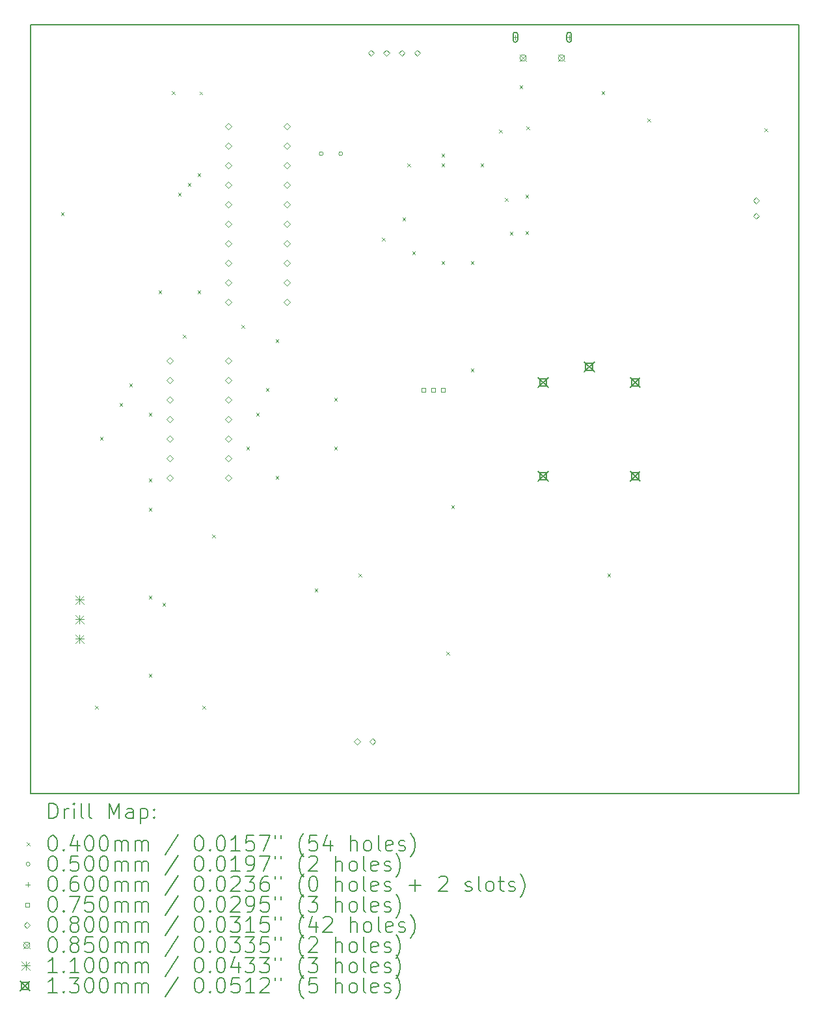
<source format=gbr>
%TF.GenerationSoftware,KiCad,Pcbnew,7.0.1*%
%TF.CreationDate,2023-05-29T19:53:02+03:00*%
%TF.ProjectId,First_sketch_licenta,46697273-745f-4736-9b65-7463685f6c69,rev?*%
%TF.SameCoordinates,Original*%
%TF.FileFunction,Drillmap*%
%TF.FilePolarity,Positive*%
%FSLAX45Y45*%
G04 Gerber Fmt 4.5, Leading zero omitted, Abs format (unit mm)*
G04 Created by KiCad (PCBNEW 7.0.1) date 2023-05-29 19:53:02*
%MOMM*%
%LPD*%
G01*
G04 APERTURE LIST*
%ADD10C,0.200000*%
%ADD11C,0.040000*%
%ADD12C,0.050000*%
%ADD13C,0.060000*%
%ADD14C,0.075000*%
%ADD15C,0.080000*%
%ADD16C,0.085000*%
%ADD17C,0.110000*%
%ADD18C,0.130000*%
G04 APERTURE END LIST*
D10*
X15082500Y-4398000D02*
X25082500Y-4398000D01*
X25082500Y-14398000D01*
X15082500Y-14398000D01*
X15082500Y-4398000D01*
D11*
X15474000Y-6838000D02*
X15514000Y-6878000D01*
X15514000Y-6838000D02*
X15474000Y-6878000D01*
X15918500Y-13251500D02*
X15958500Y-13291500D01*
X15958500Y-13251500D02*
X15918500Y-13291500D01*
X15982000Y-9759000D02*
X16022000Y-9799000D01*
X16022000Y-9759000D02*
X15982000Y-9799000D01*
X16236000Y-9314500D02*
X16276000Y-9354500D01*
X16276000Y-9314500D02*
X16236000Y-9354500D01*
X16363000Y-9060500D02*
X16403000Y-9100500D01*
X16403000Y-9060500D02*
X16363000Y-9100500D01*
X16617000Y-9441500D02*
X16657000Y-9481500D01*
X16657000Y-9441500D02*
X16617000Y-9481500D01*
X16617000Y-10299500D02*
X16657000Y-10339500D01*
X16657000Y-10299500D02*
X16617000Y-10339500D01*
X16617000Y-10680500D02*
X16657000Y-10720500D01*
X16657000Y-10680500D02*
X16617000Y-10720500D01*
X16617000Y-11823500D02*
X16657000Y-11863500D01*
X16657000Y-11823500D02*
X16617000Y-11863500D01*
X16617000Y-12839500D02*
X16657000Y-12879500D01*
X16657000Y-12839500D02*
X16617000Y-12879500D01*
X16744000Y-7854000D02*
X16784000Y-7894000D01*
X16784000Y-7854000D02*
X16744000Y-7894000D01*
X16794800Y-11918000D02*
X16834800Y-11958000D01*
X16834800Y-11918000D02*
X16794800Y-11958000D01*
X16920800Y-5262700D02*
X16960800Y-5302700D01*
X16960800Y-5262700D02*
X16920800Y-5302700D01*
X16998000Y-6584000D02*
X17038000Y-6624000D01*
X17038000Y-6584000D02*
X16998000Y-6624000D01*
X17061500Y-8425500D02*
X17101500Y-8465500D01*
X17101500Y-8425500D02*
X17061500Y-8465500D01*
X17125000Y-6457000D02*
X17165000Y-6497000D01*
X17165000Y-6457000D02*
X17125000Y-6497000D01*
X17252000Y-6330000D02*
X17292000Y-6370000D01*
X17292000Y-6330000D02*
X17252000Y-6370000D01*
X17252000Y-7854000D02*
X17292000Y-7894000D01*
X17292000Y-7854000D02*
X17252000Y-7894000D01*
X17278400Y-5264200D02*
X17318400Y-5304200D01*
X17318400Y-5264200D02*
X17278400Y-5304200D01*
X17315500Y-13251500D02*
X17355500Y-13291500D01*
X17355500Y-13251500D02*
X17315500Y-13291500D01*
X17442500Y-11029000D02*
X17482500Y-11069000D01*
X17482500Y-11029000D02*
X17442500Y-11069000D01*
X17823500Y-8298500D02*
X17863500Y-8338500D01*
X17863500Y-8298500D02*
X17823500Y-8338500D01*
X17887000Y-9886000D02*
X17927000Y-9926000D01*
X17927000Y-9886000D02*
X17887000Y-9926000D01*
X18014000Y-9441500D02*
X18054000Y-9481500D01*
X18054000Y-9441500D02*
X18014000Y-9481500D01*
X18141000Y-9124000D02*
X18181000Y-9164000D01*
X18181000Y-9124000D02*
X18141000Y-9164000D01*
X18268000Y-8489000D02*
X18308000Y-8529000D01*
X18308000Y-8489000D02*
X18268000Y-8529000D01*
X18268000Y-10267000D02*
X18308000Y-10307000D01*
X18308000Y-10267000D02*
X18268000Y-10307000D01*
X18776000Y-11727500D02*
X18816000Y-11767500D01*
X18816000Y-11727500D02*
X18776000Y-11767500D01*
X19030000Y-9251000D02*
X19070000Y-9291000D01*
X19070000Y-9251000D02*
X19030000Y-9291000D01*
X19030000Y-9886000D02*
X19070000Y-9926000D01*
X19070000Y-9886000D02*
X19030000Y-9926000D01*
X19347500Y-11537000D02*
X19387500Y-11577000D01*
X19387500Y-11537000D02*
X19347500Y-11577000D01*
X19652300Y-7168200D02*
X19692300Y-7208200D01*
X19692300Y-7168200D02*
X19652300Y-7208200D01*
X19919000Y-6901500D02*
X19959000Y-6941500D01*
X19959000Y-6901500D02*
X19919000Y-6941500D01*
X19982500Y-6203000D02*
X20022500Y-6243000D01*
X20022500Y-6203000D02*
X19982500Y-6243000D01*
X20046000Y-7346000D02*
X20086000Y-7386000D01*
X20086000Y-7346000D02*
X20046000Y-7386000D01*
X20427000Y-6076000D02*
X20467000Y-6116000D01*
X20467000Y-6076000D02*
X20427000Y-6116000D01*
X20427000Y-6203000D02*
X20467000Y-6243000D01*
X20467000Y-6203000D02*
X20427000Y-6243000D01*
X20427000Y-7473000D02*
X20467000Y-7513000D01*
X20467000Y-7473000D02*
X20427000Y-7513000D01*
X20490500Y-12553000D02*
X20530500Y-12593000D01*
X20530500Y-12553000D02*
X20490500Y-12593000D01*
X20554000Y-10648000D02*
X20594000Y-10688000D01*
X20594000Y-10648000D02*
X20554000Y-10688000D01*
X20808000Y-7473000D02*
X20848000Y-7513000D01*
X20848000Y-7473000D02*
X20808000Y-7513000D01*
X20808000Y-8870000D02*
X20848000Y-8910000D01*
X20848000Y-8870000D02*
X20808000Y-8910000D01*
X20935000Y-6203000D02*
X20975000Y-6243000D01*
X20975000Y-6203000D02*
X20935000Y-6243000D01*
X21176300Y-5758500D02*
X21216300Y-5798500D01*
X21216300Y-5758500D02*
X21176300Y-5798500D01*
X21252500Y-6647500D02*
X21292500Y-6687500D01*
X21292500Y-6647500D02*
X21252500Y-6687500D01*
X21316000Y-7092000D02*
X21356000Y-7132000D01*
X21356000Y-7092000D02*
X21316000Y-7132000D01*
X21443000Y-5187000D02*
X21483000Y-5227000D01*
X21483000Y-5187000D02*
X21443000Y-5227000D01*
X21519200Y-6609400D02*
X21559200Y-6649400D01*
X21559200Y-6609400D02*
X21519200Y-6649400D01*
X21519200Y-7079300D02*
X21559200Y-7119300D01*
X21559200Y-7079300D02*
X21519200Y-7119300D01*
X21531900Y-5720400D02*
X21571900Y-5760400D01*
X21571900Y-5720400D02*
X21531900Y-5760400D01*
X22509800Y-5263200D02*
X22549800Y-5303200D01*
X22549800Y-5263200D02*
X22509800Y-5303200D01*
X22586000Y-11537000D02*
X22626000Y-11577000D01*
X22626000Y-11537000D02*
X22586000Y-11577000D01*
X23106700Y-5618800D02*
X23146700Y-5658800D01*
X23146700Y-5618800D02*
X23106700Y-5658800D01*
X24630700Y-5745800D02*
X24670700Y-5785800D01*
X24670700Y-5745800D02*
X24630700Y-5785800D01*
D12*
X18887500Y-6072500D02*
G75*
G03*
X18887500Y-6072500I-25000J0D01*
G01*
X19141500Y-6072500D02*
G75*
G03*
X19141500Y-6072500I-25000J0D01*
G01*
D13*
X21389860Y-4527470D02*
X21389860Y-4587470D01*
X21359860Y-4557470D02*
X21419860Y-4557470D01*
D10*
X21419860Y-4592470D02*
X21419860Y-4522470D01*
X21419860Y-4522470D02*
G75*
G03*
X21359860Y-4522470I-30000J0D01*
G01*
X21359860Y-4522470D02*
X21359860Y-4592470D01*
X21359860Y-4592470D02*
G75*
G03*
X21419860Y-4592470I30000J0D01*
G01*
D13*
X22089860Y-4527470D02*
X22089860Y-4587470D01*
X22059860Y-4557470D02*
X22119860Y-4557470D01*
D10*
X22059860Y-4522470D02*
X22059860Y-4592470D01*
X22059860Y-4592470D02*
G75*
G03*
X22119860Y-4592470I30000J0D01*
G01*
X22119860Y-4592470D02*
X22119860Y-4522470D01*
X22119860Y-4522470D02*
G75*
G03*
X22059860Y-4522470I-30000J0D01*
G01*
D14*
X20219517Y-9170517D02*
X20219517Y-9117483D01*
X20166483Y-9117483D01*
X20166483Y-9170517D01*
X20219517Y-9170517D01*
X20346517Y-9170517D02*
X20346517Y-9117483D01*
X20293483Y-9117483D01*
X20293483Y-9170517D01*
X20346517Y-9170517D01*
X20473517Y-9170517D02*
X20473517Y-9117483D01*
X20420483Y-9117483D01*
X20420483Y-9170517D01*
X20473517Y-9170517D01*
D15*
X16891000Y-8803000D02*
X16931000Y-8763000D01*
X16891000Y-8723000D01*
X16851000Y-8763000D01*
X16891000Y-8803000D01*
X16891000Y-9057000D02*
X16931000Y-9017000D01*
X16891000Y-8977000D01*
X16851000Y-9017000D01*
X16891000Y-9057000D01*
X16891000Y-9311000D02*
X16931000Y-9271000D01*
X16891000Y-9231000D01*
X16851000Y-9271000D01*
X16891000Y-9311000D01*
X16891000Y-9565000D02*
X16931000Y-9525000D01*
X16891000Y-9485000D01*
X16851000Y-9525000D01*
X16891000Y-9565000D01*
X16891000Y-9819000D02*
X16931000Y-9779000D01*
X16891000Y-9739000D01*
X16851000Y-9779000D01*
X16891000Y-9819000D01*
X16891000Y-10073000D02*
X16931000Y-10033000D01*
X16891000Y-9993000D01*
X16851000Y-10033000D01*
X16891000Y-10073000D01*
X16891000Y-10327000D02*
X16931000Y-10287000D01*
X16891000Y-10247000D01*
X16851000Y-10287000D01*
X16891000Y-10327000D01*
X17653000Y-8803000D02*
X17693000Y-8763000D01*
X17653000Y-8723000D01*
X17613000Y-8763000D01*
X17653000Y-8803000D01*
X17653000Y-9057000D02*
X17693000Y-9017000D01*
X17653000Y-8977000D01*
X17613000Y-9017000D01*
X17653000Y-9057000D01*
X17653000Y-9311000D02*
X17693000Y-9271000D01*
X17653000Y-9231000D01*
X17613000Y-9271000D01*
X17653000Y-9311000D01*
X17653000Y-9565000D02*
X17693000Y-9525000D01*
X17653000Y-9485000D01*
X17613000Y-9525000D01*
X17653000Y-9565000D01*
X17653000Y-9819000D02*
X17693000Y-9779000D01*
X17653000Y-9739000D01*
X17613000Y-9779000D01*
X17653000Y-9819000D01*
X17653000Y-10073000D02*
X17693000Y-10033000D01*
X17653000Y-9993000D01*
X17613000Y-10033000D01*
X17653000Y-10073000D01*
X17653000Y-10327000D02*
X17693000Y-10287000D01*
X17653000Y-10247000D01*
X17613000Y-10287000D01*
X17653000Y-10327000D01*
X17654000Y-5755500D02*
X17694000Y-5715500D01*
X17654000Y-5675500D01*
X17614000Y-5715500D01*
X17654000Y-5755500D01*
X17654000Y-6009500D02*
X17694000Y-5969500D01*
X17654000Y-5929500D01*
X17614000Y-5969500D01*
X17654000Y-6009500D01*
X17654000Y-6263500D02*
X17694000Y-6223500D01*
X17654000Y-6183500D01*
X17614000Y-6223500D01*
X17654000Y-6263500D01*
X17654000Y-6517500D02*
X17694000Y-6477500D01*
X17654000Y-6437500D01*
X17614000Y-6477500D01*
X17654000Y-6517500D01*
X17654000Y-6771500D02*
X17694000Y-6731500D01*
X17654000Y-6691500D01*
X17614000Y-6731500D01*
X17654000Y-6771500D01*
X17654000Y-7025500D02*
X17694000Y-6985500D01*
X17654000Y-6945500D01*
X17614000Y-6985500D01*
X17654000Y-7025500D01*
X17654000Y-7279500D02*
X17694000Y-7239500D01*
X17654000Y-7199500D01*
X17614000Y-7239500D01*
X17654000Y-7279500D01*
X17654000Y-7533500D02*
X17694000Y-7493500D01*
X17654000Y-7453500D01*
X17614000Y-7493500D01*
X17654000Y-7533500D01*
X17654000Y-7787500D02*
X17694000Y-7747500D01*
X17654000Y-7707500D01*
X17614000Y-7747500D01*
X17654000Y-7787500D01*
X17654000Y-8041500D02*
X17694000Y-8001500D01*
X17654000Y-7961500D01*
X17614000Y-8001500D01*
X17654000Y-8041500D01*
X18416000Y-5755500D02*
X18456000Y-5715500D01*
X18416000Y-5675500D01*
X18376000Y-5715500D01*
X18416000Y-5755500D01*
X18416000Y-6009500D02*
X18456000Y-5969500D01*
X18416000Y-5929500D01*
X18376000Y-5969500D01*
X18416000Y-6009500D01*
X18416000Y-6263500D02*
X18456000Y-6223500D01*
X18416000Y-6183500D01*
X18376000Y-6223500D01*
X18416000Y-6263500D01*
X18416000Y-6517500D02*
X18456000Y-6477500D01*
X18416000Y-6437500D01*
X18376000Y-6477500D01*
X18416000Y-6517500D01*
X18416000Y-6771500D02*
X18456000Y-6731500D01*
X18416000Y-6691500D01*
X18376000Y-6731500D01*
X18416000Y-6771500D01*
X18416000Y-7025500D02*
X18456000Y-6985500D01*
X18416000Y-6945500D01*
X18376000Y-6985500D01*
X18416000Y-7025500D01*
X18416000Y-7279500D02*
X18456000Y-7239500D01*
X18416000Y-7199500D01*
X18376000Y-7239500D01*
X18416000Y-7279500D01*
X18416000Y-7533500D02*
X18456000Y-7493500D01*
X18416000Y-7453500D01*
X18376000Y-7493500D01*
X18416000Y-7533500D01*
X18416000Y-7787500D02*
X18456000Y-7747500D01*
X18416000Y-7707500D01*
X18376000Y-7747500D01*
X18416000Y-7787500D01*
X18416000Y-8041500D02*
X18456000Y-8001500D01*
X18416000Y-7961500D01*
X18376000Y-8001500D01*
X18416000Y-8041500D01*
X19331000Y-13756000D02*
X19371000Y-13716000D01*
X19331000Y-13676000D01*
X19291000Y-13716000D01*
X19331000Y-13756000D01*
X19512000Y-4802500D02*
X19552000Y-4762500D01*
X19512000Y-4722500D01*
X19472000Y-4762500D01*
X19512000Y-4802500D01*
X19531000Y-13756000D02*
X19571000Y-13716000D01*
X19531000Y-13676000D01*
X19491000Y-13716000D01*
X19531000Y-13756000D01*
X19712000Y-4802500D02*
X19752000Y-4762500D01*
X19712000Y-4722500D01*
X19672000Y-4762500D01*
X19712000Y-4802500D01*
X19912000Y-4802500D02*
X19952000Y-4762500D01*
X19912000Y-4722500D01*
X19872000Y-4762500D01*
X19912000Y-4802500D01*
X20112000Y-4802500D02*
X20152000Y-4762500D01*
X20112000Y-4722500D01*
X20072000Y-4762500D01*
X20112000Y-4802500D01*
X24523700Y-6721800D02*
X24563700Y-6681800D01*
X24523700Y-6641800D01*
X24483700Y-6681800D01*
X24523700Y-6721800D01*
X24523700Y-6921800D02*
X24563700Y-6881800D01*
X24523700Y-6841800D01*
X24483700Y-6881800D01*
X24523700Y-6921800D01*
D16*
X21447360Y-4784970D02*
X21532360Y-4869970D01*
X21532360Y-4784970D02*
X21447360Y-4869970D01*
X21532360Y-4827470D02*
G75*
G03*
X21532360Y-4827470I-42500J0D01*
G01*
X21947360Y-4784970D02*
X22032360Y-4869970D01*
X22032360Y-4784970D02*
X21947360Y-4869970D01*
X22032360Y-4827470D02*
G75*
G03*
X22032360Y-4827470I-42500J0D01*
G01*
D17*
X15660500Y-11819500D02*
X15770500Y-11929500D01*
X15770500Y-11819500D02*
X15660500Y-11929500D01*
X15715500Y-11819500D02*
X15715500Y-11929500D01*
X15660500Y-11874500D02*
X15770500Y-11874500D01*
X15660500Y-12073500D02*
X15770500Y-12183500D01*
X15770500Y-12073500D02*
X15660500Y-12183500D01*
X15715500Y-12073500D02*
X15715500Y-12183500D01*
X15660500Y-12128500D02*
X15770500Y-12128500D01*
X15660500Y-12327500D02*
X15770500Y-12437500D01*
X15770500Y-12327500D02*
X15660500Y-12437500D01*
X15715500Y-12327500D02*
X15715500Y-12437500D01*
X15660500Y-12382500D02*
X15770500Y-12382500D01*
D18*
X21687000Y-8982000D02*
X21817000Y-9112000D01*
X21817000Y-8982000D02*
X21687000Y-9112000D01*
X21797962Y-9092962D02*
X21797962Y-9001038D01*
X21706038Y-9001038D01*
X21706038Y-9092962D01*
X21797962Y-9092962D01*
X21687000Y-10202000D02*
X21817000Y-10332000D01*
X21817000Y-10202000D02*
X21687000Y-10332000D01*
X21797962Y-10312962D02*
X21797962Y-10221038D01*
X21706038Y-10221038D01*
X21706038Y-10312962D01*
X21797962Y-10312962D01*
X22287000Y-8782000D02*
X22417000Y-8912000D01*
X22417000Y-8782000D02*
X22287000Y-8912000D01*
X22397962Y-8892962D02*
X22397962Y-8801038D01*
X22306038Y-8801038D01*
X22306038Y-8892962D01*
X22397962Y-8892962D01*
X22887000Y-8982000D02*
X23017000Y-9112000D01*
X23017000Y-8982000D02*
X22887000Y-9112000D01*
X22997962Y-9092962D02*
X22997962Y-9001038D01*
X22906038Y-9001038D01*
X22906038Y-9092962D01*
X22997962Y-9092962D01*
X22887000Y-10202000D02*
X23017000Y-10332000D01*
X23017000Y-10202000D02*
X22887000Y-10332000D01*
X22997962Y-10312962D02*
X22997962Y-10221038D01*
X22906038Y-10221038D01*
X22906038Y-10312962D01*
X22997962Y-10312962D01*
D10*
X15320119Y-14720524D02*
X15320119Y-14520524D01*
X15320119Y-14520524D02*
X15367738Y-14520524D01*
X15367738Y-14520524D02*
X15396309Y-14530048D01*
X15396309Y-14530048D02*
X15415357Y-14549095D01*
X15415357Y-14549095D02*
X15424881Y-14568143D01*
X15424881Y-14568143D02*
X15434405Y-14606238D01*
X15434405Y-14606238D02*
X15434405Y-14634809D01*
X15434405Y-14634809D02*
X15424881Y-14672905D01*
X15424881Y-14672905D02*
X15415357Y-14691952D01*
X15415357Y-14691952D02*
X15396309Y-14711000D01*
X15396309Y-14711000D02*
X15367738Y-14720524D01*
X15367738Y-14720524D02*
X15320119Y-14720524D01*
X15520119Y-14720524D02*
X15520119Y-14587190D01*
X15520119Y-14625286D02*
X15529643Y-14606238D01*
X15529643Y-14606238D02*
X15539167Y-14596714D01*
X15539167Y-14596714D02*
X15558214Y-14587190D01*
X15558214Y-14587190D02*
X15577262Y-14587190D01*
X15643928Y-14720524D02*
X15643928Y-14587190D01*
X15643928Y-14520524D02*
X15634405Y-14530048D01*
X15634405Y-14530048D02*
X15643928Y-14539571D01*
X15643928Y-14539571D02*
X15653452Y-14530048D01*
X15653452Y-14530048D02*
X15643928Y-14520524D01*
X15643928Y-14520524D02*
X15643928Y-14539571D01*
X15767738Y-14720524D02*
X15748690Y-14711000D01*
X15748690Y-14711000D02*
X15739167Y-14691952D01*
X15739167Y-14691952D02*
X15739167Y-14520524D01*
X15872500Y-14720524D02*
X15853452Y-14711000D01*
X15853452Y-14711000D02*
X15843928Y-14691952D01*
X15843928Y-14691952D02*
X15843928Y-14520524D01*
X16101071Y-14720524D02*
X16101071Y-14520524D01*
X16101071Y-14520524D02*
X16167738Y-14663381D01*
X16167738Y-14663381D02*
X16234405Y-14520524D01*
X16234405Y-14520524D02*
X16234405Y-14720524D01*
X16415357Y-14720524D02*
X16415357Y-14615762D01*
X16415357Y-14615762D02*
X16405833Y-14596714D01*
X16405833Y-14596714D02*
X16386786Y-14587190D01*
X16386786Y-14587190D02*
X16348690Y-14587190D01*
X16348690Y-14587190D02*
X16329643Y-14596714D01*
X16415357Y-14711000D02*
X16396309Y-14720524D01*
X16396309Y-14720524D02*
X16348690Y-14720524D01*
X16348690Y-14720524D02*
X16329643Y-14711000D01*
X16329643Y-14711000D02*
X16320119Y-14691952D01*
X16320119Y-14691952D02*
X16320119Y-14672905D01*
X16320119Y-14672905D02*
X16329643Y-14653857D01*
X16329643Y-14653857D02*
X16348690Y-14644333D01*
X16348690Y-14644333D02*
X16396309Y-14644333D01*
X16396309Y-14644333D02*
X16415357Y-14634809D01*
X16510595Y-14587190D02*
X16510595Y-14787190D01*
X16510595Y-14596714D02*
X16529643Y-14587190D01*
X16529643Y-14587190D02*
X16567738Y-14587190D01*
X16567738Y-14587190D02*
X16586786Y-14596714D01*
X16586786Y-14596714D02*
X16596309Y-14606238D01*
X16596309Y-14606238D02*
X16605833Y-14625286D01*
X16605833Y-14625286D02*
X16605833Y-14682428D01*
X16605833Y-14682428D02*
X16596309Y-14701476D01*
X16596309Y-14701476D02*
X16586786Y-14711000D01*
X16586786Y-14711000D02*
X16567738Y-14720524D01*
X16567738Y-14720524D02*
X16529643Y-14720524D01*
X16529643Y-14720524D02*
X16510595Y-14711000D01*
X16691548Y-14701476D02*
X16701071Y-14711000D01*
X16701071Y-14711000D02*
X16691548Y-14720524D01*
X16691548Y-14720524D02*
X16682024Y-14711000D01*
X16682024Y-14711000D02*
X16691548Y-14701476D01*
X16691548Y-14701476D02*
X16691548Y-14720524D01*
X16691548Y-14596714D02*
X16701071Y-14606238D01*
X16701071Y-14606238D02*
X16691548Y-14615762D01*
X16691548Y-14615762D02*
X16682024Y-14606238D01*
X16682024Y-14606238D02*
X16691548Y-14596714D01*
X16691548Y-14596714D02*
X16691548Y-14615762D01*
D11*
X15032500Y-15028000D02*
X15072500Y-15068000D01*
X15072500Y-15028000D02*
X15032500Y-15068000D01*
D10*
X15358214Y-14940524D02*
X15377262Y-14940524D01*
X15377262Y-14940524D02*
X15396309Y-14950048D01*
X15396309Y-14950048D02*
X15405833Y-14959571D01*
X15405833Y-14959571D02*
X15415357Y-14978619D01*
X15415357Y-14978619D02*
X15424881Y-15016714D01*
X15424881Y-15016714D02*
X15424881Y-15064333D01*
X15424881Y-15064333D02*
X15415357Y-15102428D01*
X15415357Y-15102428D02*
X15405833Y-15121476D01*
X15405833Y-15121476D02*
X15396309Y-15131000D01*
X15396309Y-15131000D02*
X15377262Y-15140524D01*
X15377262Y-15140524D02*
X15358214Y-15140524D01*
X15358214Y-15140524D02*
X15339167Y-15131000D01*
X15339167Y-15131000D02*
X15329643Y-15121476D01*
X15329643Y-15121476D02*
X15320119Y-15102428D01*
X15320119Y-15102428D02*
X15310595Y-15064333D01*
X15310595Y-15064333D02*
X15310595Y-15016714D01*
X15310595Y-15016714D02*
X15320119Y-14978619D01*
X15320119Y-14978619D02*
X15329643Y-14959571D01*
X15329643Y-14959571D02*
X15339167Y-14950048D01*
X15339167Y-14950048D02*
X15358214Y-14940524D01*
X15510595Y-15121476D02*
X15520119Y-15131000D01*
X15520119Y-15131000D02*
X15510595Y-15140524D01*
X15510595Y-15140524D02*
X15501071Y-15131000D01*
X15501071Y-15131000D02*
X15510595Y-15121476D01*
X15510595Y-15121476D02*
X15510595Y-15140524D01*
X15691548Y-15007190D02*
X15691548Y-15140524D01*
X15643928Y-14931000D02*
X15596309Y-15073857D01*
X15596309Y-15073857D02*
X15720119Y-15073857D01*
X15834405Y-14940524D02*
X15853452Y-14940524D01*
X15853452Y-14940524D02*
X15872500Y-14950048D01*
X15872500Y-14950048D02*
X15882024Y-14959571D01*
X15882024Y-14959571D02*
X15891548Y-14978619D01*
X15891548Y-14978619D02*
X15901071Y-15016714D01*
X15901071Y-15016714D02*
X15901071Y-15064333D01*
X15901071Y-15064333D02*
X15891548Y-15102428D01*
X15891548Y-15102428D02*
X15882024Y-15121476D01*
X15882024Y-15121476D02*
X15872500Y-15131000D01*
X15872500Y-15131000D02*
X15853452Y-15140524D01*
X15853452Y-15140524D02*
X15834405Y-15140524D01*
X15834405Y-15140524D02*
X15815357Y-15131000D01*
X15815357Y-15131000D02*
X15805833Y-15121476D01*
X15805833Y-15121476D02*
X15796309Y-15102428D01*
X15796309Y-15102428D02*
X15786786Y-15064333D01*
X15786786Y-15064333D02*
X15786786Y-15016714D01*
X15786786Y-15016714D02*
X15796309Y-14978619D01*
X15796309Y-14978619D02*
X15805833Y-14959571D01*
X15805833Y-14959571D02*
X15815357Y-14950048D01*
X15815357Y-14950048D02*
X15834405Y-14940524D01*
X16024881Y-14940524D02*
X16043929Y-14940524D01*
X16043929Y-14940524D02*
X16062976Y-14950048D01*
X16062976Y-14950048D02*
X16072500Y-14959571D01*
X16072500Y-14959571D02*
X16082024Y-14978619D01*
X16082024Y-14978619D02*
X16091548Y-15016714D01*
X16091548Y-15016714D02*
X16091548Y-15064333D01*
X16091548Y-15064333D02*
X16082024Y-15102428D01*
X16082024Y-15102428D02*
X16072500Y-15121476D01*
X16072500Y-15121476D02*
X16062976Y-15131000D01*
X16062976Y-15131000D02*
X16043929Y-15140524D01*
X16043929Y-15140524D02*
X16024881Y-15140524D01*
X16024881Y-15140524D02*
X16005833Y-15131000D01*
X16005833Y-15131000D02*
X15996309Y-15121476D01*
X15996309Y-15121476D02*
X15986786Y-15102428D01*
X15986786Y-15102428D02*
X15977262Y-15064333D01*
X15977262Y-15064333D02*
X15977262Y-15016714D01*
X15977262Y-15016714D02*
X15986786Y-14978619D01*
X15986786Y-14978619D02*
X15996309Y-14959571D01*
X15996309Y-14959571D02*
X16005833Y-14950048D01*
X16005833Y-14950048D02*
X16024881Y-14940524D01*
X16177262Y-15140524D02*
X16177262Y-15007190D01*
X16177262Y-15026238D02*
X16186786Y-15016714D01*
X16186786Y-15016714D02*
X16205833Y-15007190D01*
X16205833Y-15007190D02*
X16234405Y-15007190D01*
X16234405Y-15007190D02*
X16253452Y-15016714D01*
X16253452Y-15016714D02*
X16262976Y-15035762D01*
X16262976Y-15035762D02*
X16262976Y-15140524D01*
X16262976Y-15035762D02*
X16272500Y-15016714D01*
X16272500Y-15016714D02*
X16291548Y-15007190D01*
X16291548Y-15007190D02*
X16320119Y-15007190D01*
X16320119Y-15007190D02*
X16339167Y-15016714D01*
X16339167Y-15016714D02*
X16348690Y-15035762D01*
X16348690Y-15035762D02*
X16348690Y-15140524D01*
X16443929Y-15140524D02*
X16443929Y-15007190D01*
X16443929Y-15026238D02*
X16453452Y-15016714D01*
X16453452Y-15016714D02*
X16472500Y-15007190D01*
X16472500Y-15007190D02*
X16501071Y-15007190D01*
X16501071Y-15007190D02*
X16520119Y-15016714D01*
X16520119Y-15016714D02*
X16529643Y-15035762D01*
X16529643Y-15035762D02*
X16529643Y-15140524D01*
X16529643Y-15035762D02*
X16539167Y-15016714D01*
X16539167Y-15016714D02*
X16558214Y-15007190D01*
X16558214Y-15007190D02*
X16586786Y-15007190D01*
X16586786Y-15007190D02*
X16605833Y-15016714D01*
X16605833Y-15016714D02*
X16615357Y-15035762D01*
X16615357Y-15035762D02*
X16615357Y-15140524D01*
X17005833Y-14931000D02*
X16834405Y-15188143D01*
X17262976Y-14940524D02*
X17282024Y-14940524D01*
X17282024Y-14940524D02*
X17301072Y-14950048D01*
X17301072Y-14950048D02*
X17310595Y-14959571D01*
X17310595Y-14959571D02*
X17320119Y-14978619D01*
X17320119Y-14978619D02*
X17329643Y-15016714D01*
X17329643Y-15016714D02*
X17329643Y-15064333D01*
X17329643Y-15064333D02*
X17320119Y-15102428D01*
X17320119Y-15102428D02*
X17310595Y-15121476D01*
X17310595Y-15121476D02*
X17301072Y-15131000D01*
X17301072Y-15131000D02*
X17282024Y-15140524D01*
X17282024Y-15140524D02*
X17262976Y-15140524D01*
X17262976Y-15140524D02*
X17243929Y-15131000D01*
X17243929Y-15131000D02*
X17234405Y-15121476D01*
X17234405Y-15121476D02*
X17224881Y-15102428D01*
X17224881Y-15102428D02*
X17215357Y-15064333D01*
X17215357Y-15064333D02*
X17215357Y-15016714D01*
X17215357Y-15016714D02*
X17224881Y-14978619D01*
X17224881Y-14978619D02*
X17234405Y-14959571D01*
X17234405Y-14959571D02*
X17243929Y-14950048D01*
X17243929Y-14950048D02*
X17262976Y-14940524D01*
X17415357Y-15121476D02*
X17424881Y-15131000D01*
X17424881Y-15131000D02*
X17415357Y-15140524D01*
X17415357Y-15140524D02*
X17405834Y-15131000D01*
X17405834Y-15131000D02*
X17415357Y-15121476D01*
X17415357Y-15121476D02*
X17415357Y-15140524D01*
X17548691Y-14940524D02*
X17567738Y-14940524D01*
X17567738Y-14940524D02*
X17586786Y-14950048D01*
X17586786Y-14950048D02*
X17596310Y-14959571D01*
X17596310Y-14959571D02*
X17605834Y-14978619D01*
X17605834Y-14978619D02*
X17615357Y-15016714D01*
X17615357Y-15016714D02*
X17615357Y-15064333D01*
X17615357Y-15064333D02*
X17605834Y-15102428D01*
X17605834Y-15102428D02*
X17596310Y-15121476D01*
X17596310Y-15121476D02*
X17586786Y-15131000D01*
X17586786Y-15131000D02*
X17567738Y-15140524D01*
X17567738Y-15140524D02*
X17548691Y-15140524D01*
X17548691Y-15140524D02*
X17529643Y-15131000D01*
X17529643Y-15131000D02*
X17520119Y-15121476D01*
X17520119Y-15121476D02*
X17510595Y-15102428D01*
X17510595Y-15102428D02*
X17501072Y-15064333D01*
X17501072Y-15064333D02*
X17501072Y-15016714D01*
X17501072Y-15016714D02*
X17510595Y-14978619D01*
X17510595Y-14978619D02*
X17520119Y-14959571D01*
X17520119Y-14959571D02*
X17529643Y-14950048D01*
X17529643Y-14950048D02*
X17548691Y-14940524D01*
X17805834Y-15140524D02*
X17691548Y-15140524D01*
X17748691Y-15140524D02*
X17748691Y-14940524D01*
X17748691Y-14940524D02*
X17729643Y-14969095D01*
X17729643Y-14969095D02*
X17710595Y-14988143D01*
X17710595Y-14988143D02*
X17691548Y-14997667D01*
X17986786Y-14940524D02*
X17891548Y-14940524D01*
X17891548Y-14940524D02*
X17882024Y-15035762D01*
X17882024Y-15035762D02*
X17891548Y-15026238D01*
X17891548Y-15026238D02*
X17910595Y-15016714D01*
X17910595Y-15016714D02*
X17958215Y-15016714D01*
X17958215Y-15016714D02*
X17977262Y-15026238D01*
X17977262Y-15026238D02*
X17986786Y-15035762D01*
X17986786Y-15035762D02*
X17996310Y-15054809D01*
X17996310Y-15054809D02*
X17996310Y-15102428D01*
X17996310Y-15102428D02*
X17986786Y-15121476D01*
X17986786Y-15121476D02*
X17977262Y-15131000D01*
X17977262Y-15131000D02*
X17958215Y-15140524D01*
X17958215Y-15140524D02*
X17910595Y-15140524D01*
X17910595Y-15140524D02*
X17891548Y-15131000D01*
X17891548Y-15131000D02*
X17882024Y-15121476D01*
X18062976Y-14940524D02*
X18196310Y-14940524D01*
X18196310Y-14940524D02*
X18110595Y-15140524D01*
X18262976Y-14940524D02*
X18262976Y-14978619D01*
X18339167Y-14940524D02*
X18339167Y-14978619D01*
X18634405Y-15216714D02*
X18624881Y-15207190D01*
X18624881Y-15207190D02*
X18605834Y-15178619D01*
X18605834Y-15178619D02*
X18596310Y-15159571D01*
X18596310Y-15159571D02*
X18586786Y-15131000D01*
X18586786Y-15131000D02*
X18577262Y-15083381D01*
X18577262Y-15083381D02*
X18577262Y-15045286D01*
X18577262Y-15045286D02*
X18586786Y-14997667D01*
X18586786Y-14997667D02*
X18596310Y-14969095D01*
X18596310Y-14969095D02*
X18605834Y-14950048D01*
X18605834Y-14950048D02*
X18624881Y-14921476D01*
X18624881Y-14921476D02*
X18634405Y-14911952D01*
X18805834Y-14940524D02*
X18710596Y-14940524D01*
X18710596Y-14940524D02*
X18701072Y-15035762D01*
X18701072Y-15035762D02*
X18710596Y-15026238D01*
X18710596Y-15026238D02*
X18729643Y-15016714D01*
X18729643Y-15016714D02*
X18777262Y-15016714D01*
X18777262Y-15016714D02*
X18796310Y-15026238D01*
X18796310Y-15026238D02*
X18805834Y-15035762D01*
X18805834Y-15035762D02*
X18815357Y-15054809D01*
X18815357Y-15054809D02*
X18815357Y-15102428D01*
X18815357Y-15102428D02*
X18805834Y-15121476D01*
X18805834Y-15121476D02*
X18796310Y-15131000D01*
X18796310Y-15131000D02*
X18777262Y-15140524D01*
X18777262Y-15140524D02*
X18729643Y-15140524D01*
X18729643Y-15140524D02*
X18710596Y-15131000D01*
X18710596Y-15131000D02*
X18701072Y-15121476D01*
X18986786Y-15007190D02*
X18986786Y-15140524D01*
X18939167Y-14931000D02*
X18891548Y-15073857D01*
X18891548Y-15073857D02*
X19015357Y-15073857D01*
X19243929Y-15140524D02*
X19243929Y-14940524D01*
X19329643Y-15140524D02*
X19329643Y-15035762D01*
X19329643Y-15035762D02*
X19320119Y-15016714D01*
X19320119Y-15016714D02*
X19301072Y-15007190D01*
X19301072Y-15007190D02*
X19272500Y-15007190D01*
X19272500Y-15007190D02*
X19253453Y-15016714D01*
X19253453Y-15016714D02*
X19243929Y-15026238D01*
X19453453Y-15140524D02*
X19434405Y-15131000D01*
X19434405Y-15131000D02*
X19424881Y-15121476D01*
X19424881Y-15121476D02*
X19415358Y-15102428D01*
X19415358Y-15102428D02*
X19415358Y-15045286D01*
X19415358Y-15045286D02*
X19424881Y-15026238D01*
X19424881Y-15026238D02*
X19434405Y-15016714D01*
X19434405Y-15016714D02*
X19453453Y-15007190D01*
X19453453Y-15007190D02*
X19482024Y-15007190D01*
X19482024Y-15007190D02*
X19501072Y-15016714D01*
X19501072Y-15016714D02*
X19510596Y-15026238D01*
X19510596Y-15026238D02*
X19520119Y-15045286D01*
X19520119Y-15045286D02*
X19520119Y-15102428D01*
X19520119Y-15102428D02*
X19510596Y-15121476D01*
X19510596Y-15121476D02*
X19501072Y-15131000D01*
X19501072Y-15131000D02*
X19482024Y-15140524D01*
X19482024Y-15140524D02*
X19453453Y-15140524D01*
X19634405Y-15140524D02*
X19615358Y-15131000D01*
X19615358Y-15131000D02*
X19605834Y-15111952D01*
X19605834Y-15111952D02*
X19605834Y-14940524D01*
X19786786Y-15131000D02*
X19767739Y-15140524D01*
X19767739Y-15140524D02*
X19729643Y-15140524D01*
X19729643Y-15140524D02*
X19710596Y-15131000D01*
X19710596Y-15131000D02*
X19701072Y-15111952D01*
X19701072Y-15111952D02*
X19701072Y-15035762D01*
X19701072Y-15035762D02*
X19710596Y-15016714D01*
X19710596Y-15016714D02*
X19729643Y-15007190D01*
X19729643Y-15007190D02*
X19767739Y-15007190D01*
X19767739Y-15007190D02*
X19786786Y-15016714D01*
X19786786Y-15016714D02*
X19796310Y-15035762D01*
X19796310Y-15035762D02*
X19796310Y-15054809D01*
X19796310Y-15054809D02*
X19701072Y-15073857D01*
X19872500Y-15131000D02*
X19891548Y-15140524D01*
X19891548Y-15140524D02*
X19929643Y-15140524D01*
X19929643Y-15140524D02*
X19948691Y-15131000D01*
X19948691Y-15131000D02*
X19958215Y-15111952D01*
X19958215Y-15111952D02*
X19958215Y-15102428D01*
X19958215Y-15102428D02*
X19948691Y-15083381D01*
X19948691Y-15083381D02*
X19929643Y-15073857D01*
X19929643Y-15073857D02*
X19901072Y-15073857D01*
X19901072Y-15073857D02*
X19882024Y-15064333D01*
X19882024Y-15064333D02*
X19872500Y-15045286D01*
X19872500Y-15045286D02*
X19872500Y-15035762D01*
X19872500Y-15035762D02*
X19882024Y-15016714D01*
X19882024Y-15016714D02*
X19901072Y-15007190D01*
X19901072Y-15007190D02*
X19929643Y-15007190D01*
X19929643Y-15007190D02*
X19948691Y-15016714D01*
X20024881Y-15216714D02*
X20034405Y-15207190D01*
X20034405Y-15207190D02*
X20053453Y-15178619D01*
X20053453Y-15178619D02*
X20062977Y-15159571D01*
X20062977Y-15159571D02*
X20072500Y-15131000D01*
X20072500Y-15131000D02*
X20082024Y-15083381D01*
X20082024Y-15083381D02*
X20082024Y-15045286D01*
X20082024Y-15045286D02*
X20072500Y-14997667D01*
X20072500Y-14997667D02*
X20062977Y-14969095D01*
X20062977Y-14969095D02*
X20053453Y-14950048D01*
X20053453Y-14950048D02*
X20034405Y-14921476D01*
X20034405Y-14921476D02*
X20024881Y-14911952D01*
D12*
X15072500Y-15312000D02*
G75*
G03*
X15072500Y-15312000I-25000J0D01*
G01*
D10*
X15358214Y-15204524D02*
X15377262Y-15204524D01*
X15377262Y-15204524D02*
X15396309Y-15214048D01*
X15396309Y-15214048D02*
X15405833Y-15223571D01*
X15405833Y-15223571D02*
X15415357Y-15242619D01*
X15415357Y-15242619D02*
X15424881Y-15280714D01*
X15424881Y-15280714D02*
X15424881Y-15328333D01*
X15424881Y-15328333D02*
X15415357Y-15366428D01*
X15415357Y-15366428D02*
X15405833Y-15385476D01*
X15405833Y-15385476D02*
X15396309Y-15395000D01*
X15396309Y-15395000D02*
X15377262Y-15404524D01*
X15377262Y-15404524D02*
X15358214Y-15404524D01*
X15358214Y-15404524D02*
X15339167Y-15395000D01*
X15339167Y-15395000D02*
X15329643Y-15385476D01*
X15329643Y-15385476D02*
X15320119Y-15366428D01*
X15320119Y-15366428D02*
X15310595Y-15328333D01*
X15310595Y-15328333D02*
X15310595Y-15280714D01*
X15310595Y-15280714D02*
X15320119Y-15242619D01*
X15320119Y-15242619D02*
X15329643Y-15223571D01*
X15329643Y-15223571D02*
X15339167Y-15214048D01*
X15339167Y-15214048D02*
X15358214Y-15204524D01*
X15510595Y-15385476D02*
X15520119Y-15395000D01*
X15520119Y-15395000D02*
X15510595Y-15404524D01*
X15510595Y-15404524D02*
X15501071Y-15395000D01*
X15501071Y-15395000D02*
X15510595Y-15385476D01*
X15510595Y-15385476D02*
X15510595Y-15404524D01*
X15701071Y-15204524D02*
X15605833Y-15204524D01*
X15605833Y-15204524D02*
X15596309Y-15299762D01*
X15596309Y-15299762D02*
X15605833Y-15290238D01*
X15605833Y-15290238D02*
X15624881Y-15280714D01*
X15624881Y-15280714D02*
X15672500Y-15280714D01*
X15672500Y-15280714D02*
X15691548Y-15290238D01*
X15691548Y-15290238D02*
X15701071Y-15299762D01*
X15701071Y-15299762D02*
X15710595Y-15318809D01*
X15710595Y-15318809D02*
X15710595Y-15366428D01*
X15710595Y-15366428D02*
X15701071Y-15385476D01*
X15701071Y-15385476D02*
X15691548Y-15395000D01*
X15691548Y-15395000D02*
X15672500Y-15404524D01*
X15672500Y-15404524D02*
X15624881Y-15404524D01*
X15624881Y-15404524D02*
X15605833Y-15395000D01*
X15605833Y-15395000D02*
X15596309Y-15385476D01*
X15834405Y-15204524D02*
X15853452Y-15204524D01*
X15853452Y-15204524D02*
X15872500Y-15214048D01*
X15872500Y-15214048D02*
X15882024Y-15223571D01*
X15882024Y-15223571D02*
X15891548Y-15242619D01*
X15891548Y-15242619D02*
X15901071Y-15280714D01*
X15901071Y-15280714D02*
X15901071Y-15328333D01*
X15901071Y-15328333D02*
X15891548Y-15366428D01*
X15891548Y-15366428D02*
X15882024Y-15385476D01*
X15882024Y-15385476D02*
X15872500Y-15395000D01*
X15872500Y-15395000D02*
X15853452Y-15404524D01*
X15853452Y-15404524D02*
X15834405Y-15404524D01*
X15834405Y-15404524D02*
X15815357Y-15395000D01*
X15815357Y-15395000D02*
X15805833Y-15385476D01*
X15805833Y-15385476D02*
X15796309Y-15366428D01*
X15796309Y-15366428D02*
X15786786Y-15328333D01*
X15786786Y-15328333D02*
X15786786Y-15280714D01*
X15786786Y-15280714D02*
X15796309Y-15242619D01*
X15796309Y-15242619D02*
X15805833Y-15223571D01*
X15805833Y-15223571D02*
X15815357Y-15214048D01*
X15815357Y-15214048D02*
X15834405Y-15204524D01*
X16024881Y-15204524D02*
X16043929Y-15204524D01*
X16043929Y-15204524D02*
X16062976Y-15214048D01*
X16062976Y-15214048D02*
X16072500Y-15223571D01*
X16072500Y-15223571D02*
X16082024Y-15242619D01*
X16082024Y-15242619D02*
X16091548Y-15280714D01*
X16091548Y-15280714D02*
X16091548Y-15328333D01*
X16091548Y-15328333D02*
X16082024Y-15366428D01*
X16082024Y-15366428D02*
X16072500Y-15385476D01*
X16072500Y-15385476D02*
X16062976Y-15395000D01*
X16062976Y-15395000D02*
X16043929Y-15404524D01*
X16043929Y-15404524D02*
X16024881Y-15404524D01*
X16024881Y-15404524D02*
X16005833Y-15395000D01*
X16005833Y-15395000D02*
X15996309Y-15385476D01*
X15996309Y-15385476D02*
X15986786Y-15366428D01*
X15986786Y-15366428D02*
X15977262Y-15328333D01*
X15977262Y-15328333D02*
X15977262Y-15280714D01*
X15977262Y-15280714D02*
X15986786Y-15242619D01*
X15986786Y-15242619D02*
X15996309Y-15223571D01*
X15996309Y-15223571D02*
X16005833Y-15214048D01*
X16005833Y-15214048D02*
X16024881Y-15204524D01*
X16177262Y-15404524D02*
X16177262Y-15271190D01*
X16177262Y-15290238D02*
X16186786Y-15280714D01*
X16186786Y-15280714D02*
X16205833Y-15271190D01*
X16205833Y-15271190D02*
X16234405Y-15271190D01*
X16234405Y-15271190D02*
X16253452Y-15280714D01*
X16253452Y-15280714D02*
X16262976Y-15299762D01*
X16262976Y-15299762D02*
X16262976Y-15404524D01*
X16262976Y-15299762D02*
X16272500Y-15280714D01*
X16272500Y-15280714D02*
X16291548Y-15271190D01*
X16291548Y-15271190D02*
X16320119Y-15271190D01*
X16320119Y-15271190D02*
X16339167Y-15280714D01*
X16339167Y-15280714D02*
X16348690Y-15299762D01*
X16348690Y-15299762D02*
X16348690Y-15404524D01*
X16443929Y-15404524D02*
X16443929Y-15271190D01*
X16443929Y-15290238D02*
X16453452Y-15280714D01*
X16453452Y-15280714D02*
X16472500Y-15271190D01*
X16472500Y-15271190D02*
X16501071Y-15271190D01*
X16501071Y-15271190D02*
X16520119Y-15280714D01*
X16520119Y-15280714D02*
X16529643Y-15299762D01*
X16529643Y-15299762D02*
X16529643Y-15404524D01*
X16529643Y-15299762D02*
X16539167Y-15280714D01*
X16539167Y-15280714D02*
X16558214Y-15271190D01*
X16558214Y-15271190D02*
X16586786Y-15271190D01*
X16586786Y-15271190D02*
X16605833Y-15280714D01*
X16605833Y-15280714D02*
X16615357Y-15299762D01*
X16615357Y-15299762D02*
X16615357Y-15404524D01*
X17005833Y-15195000D02*
X16834405Y-15452143D01*
X17262976Y-15204524D02*
X17282024Y-15204524D01*
X17282024Y-15204524D02*
X17301072Y-15214048D01*
X17301072Y-15214048D02*
X17310595Y-15223571D01*
X17310595Y-15223571D02*
X17320119Y-15242619D01*
X17320119Y-15242619D02*
X17329643Y-15280714D01*
X17329643Y-15280714D02*
X17329643Y-15328333D01*
X17329643Y-15328333D02*
X17320119Y-15366428D01*
X17320119Y-15366428D02*
X17310595Y-15385476D01*
X17310595Y-15385476D02*
X17301072Y-15395000D01*
X17301072Y-15395000D02*
X17282024Y-15404524D01*
X17282024Y-15404524D02*
X17262976Y-15404524D01*
X17262976Y-15404524D02*
X17243929Y-15395000D01*
X17243929Y-15395000D02*
X17234405Y-15385476D01*
X17234405Y-15385476D02*
X17224881Y-15366428D01*
X17224881Y-15366428D02*
X17215357Y-15328333D01*
X17215357Y-15328333D02*
X17215357Y-15280714D01*
X17215357Y-15280714D02*
X17224881Y-15242619D01*
X17224881Y-15242619D02*
X17234405Y-15223571D01*
X17234405Y-15223571D02*
X17243929Y-15214048D01*
X17243929Y-15214048D02*
X17262976Y-15204524D01*
X17415357Y-15385476D02*
X17424881Y-15395000D01*
X17424881Y-15395000D02*
X17415357Y-15404524D01*
X17415357Y-15404524D02*
X17405834Y-15395000D01*
X17405834Y-15395000D02*
X17415357Y-15385476D01*
X17415357Y-15385476D02*
X17415357Y-15404524D01*
X17548691Y-15204524D02*
X17567738Y-15204524D01*
X17567738Y-15204524D02*
X17586786Y-15214048D01*
X17586786Y-15214048D02*
X17596310Y-15223571D01*
X17596310Y-15223571D02*
X17605834Y-15242619D01*
X17605834Y-15242619D02*
X17615357Y-15280714D01*
X17615357Y-15280714D02*
X17615357Y-15328333D01*
X17615357Y-15328333D02*
X17605834Y-15366428D01*
X17605834Y-15366428D02*
X17596310Y-15385476D01*
X17596310Y-15385476D02*
X17586786Y-15395000D01*
X17586786Y-15395000D02*
X17567738Y-15404524D01*
X17567738Y-15404524D02*
X17548691Y-15404524D01*
X17548691Y-15404524D02*
X17529643Y-15395000D01*
X17529643Y-15395000D02*
X17520119Y-15385476D01*
X17520119Y-15385476D02*
X17510595Y-15366428D01*
X17510595Y-15366428D02*
X17501072Y-15328333D01*
X17501072Y-15328333D02*
X17501072Y-15280714D01*
X17501072Y-15280714D02*
X17510595Y-15242619D01*
X17510595Y-15242619D02*
X17520119Y-15223571D01*
X17520119Y-15223571D02*
X17529643Y-15214048D01*
X17529643Y-15214048D02*
X17548691Y-15204524D01*
X17805834Y-15404524D02*
X17691548Y-15404524D01*
X17748691Y-15404524D02*
X17748691Y-15204524D01*
X17748691Y-15204524D02*
X17729643Y-15233095D01*
X17729643Y-15233095D02*
X17710595Y-15252143D01*
X17710595Y-15252143D02*
X17691548Y-15261667D01*
X17901072Y-15404524D02*
X17939167Y-15404524D01*
X17939167Y-15404524D02*
X17958215Y-15395000D01*
X17958215Y-15395000D02*
X17967738Y-15385476D01*
X17967738Y-15385476D02*
X17986786Y-15356905D01*
X17986786Y-15356905D02*
X17996310Y-15318809D01*
X17996310Y-15318809D02*
X17996310Y-15242619D01*
X17996310Y-15242619D02*
X17986786Y-15223571D01*
X17986786Y-15223571D02*
X17977262Y-15214048D01*
X17977262Y-15214048D02*
X17958215Y-15204524D01*
X17958215Y-15204524D02*
X17920119Y-15204524D01*
X17920119Y-15204524D02*
X17901072Y-15214048D01*
X17901072Y-15214048D02*
X17891548Y-15223571D01*
X17891548Y-15223571D02*
X17882024Y-15242619D01*
X17882024Y-15242619D02*
X17882024Y-15290238D01*
X17882024Y-15290238D02*
X17891548Y-15309286D01*
X17891548Y-15309286D02*
X17901072Y-15318809D01*
X17901072Y-15318809D02*
X17920119Y-15328333D01*
X17920119Y-15328333D02*
X17958215Y-15328333D01*
X17958215Y-15328333D02*
X17977262Y-15318809D01*
X17977262Y-15318809D02*
X17986786Y-15309286D01*
X17986786Y-15309286D02*
X17996310Y-15290238D01*
X18062976Y-15204524D02*
X18196310Y-15204524D01*
X18196310Y-15204524D02*
X18110595Y-15404524D01*
X18262976Y-15204524D02*
X18262976Y-15242619D01*
X18339167Y-15204524D02*
X18339167Y-15242619D01*
X18634405Y-15480714D02*
X18624881Y-15471190D01*
X18624881Y-15471190D02*
X18605834Y-15442619D01*
X18605834Y-15442619D02*
X18596310Y-15423571D01*
X18596310Y-15423571D02*
X18586786Y-15395000D01*
X18586786Y-15395000D02*
X18577262Y-15347381D01*
X18577262Y-15347381D02*
X18577262Y-15309286D01*
X18577262Y-15309286D02*
X18586786Y-15261667D01*
X18586786Y-15261667D02*
X18596310Y-15233095D01*
X18596310Y-15233095D02*
X18605834Y-15214048D01*
X18605834Y-15214048D02*
X18624881Y-15185476D01*
X18624881Y-15185476D02*
X18634405Y-15175952D01*
X18701072Y-15223571D02*
X18710596Y-15214048D01*
X18710596Y-15214048D02*
X18729643Y-15204524D01*
X18729643Y-15204524D02*
X18777262Y-15204524D01*
X18777262Y-15204524D02*
X18796310Y-15214048D01*
X18796310Y-15214048D02*
X18805834Y-15223571D01*
X18805834Y-15223571D02*
X18815357Y-15242619D01*
X18815357Y-15242619D02*
X18815357Y-15261667D01*
X18815357Y-15261667D02*
X18805834Y-15290238D01*
X18805834Y-15290238D02*
X18691548Y-15404524D01*
X18691548Y-15404524D02*
X18815357Y-15404524D01*
X19053453Y-15404524D02*
X19053453Y-15204524D01*
X19139167Y-15404524D02*
X19139167Y-15299762D01*
X19139167Y-15299762D02*
X19129643Y-15280714D01*
X19129643Y-15280714D02*
X19110596Y-15271190D01*
X19110596Y-15271190D02*
X19082024Y-15271190D01*
X19082024Y-15271190D02*
X19062977Y-15280714D01*
X19062977Y-15280714D02*
X19053453Y-15290238D01*
X19262977Y-15404524D02*
X19243929Y-15395000D01*
X19243929Y-15395000D02*
X19234405Y-15385476D01*
X19234405Y-15385476D02*
X19224881Y-15366428D01*
X19224881Y-15366428D02*
X19224881Y-15309286D01*
X19224881Y-15309286D02*
X19234405Y-15290238D01*
X19234405Y-15290238D02*
X19243929Y-15280714D01*
X19243929Y-15280714D02*
X19262977Y-15271190D01*
X19262977Y-15271190D02*
X19291548Y-15271190D01*
X19291548Y-15271190D02*
X19310596Y-15280714D01*
X19310596Y-15280714D02*
X19320119Y-15290238D01*
X19320119Y-15290238D02*
X19329643Y-15309286D01*
X19329643Y-15309286D02*
X19329643Y-15366428D01*
X19329643Y-15366428D02*
X19320119Y-15385476D01*
X19320119Y-15385476D02*
X19310596Y-15395000D01*
X19310596Y-15395000D02*
X19291548Y-15404524D01*
X19291548Y-15404524D02*
X19262977Y-15404524D01*
X19443929Y-15404524D02*
X19424881Y-15395000D01*
X19424881Y-15395000D02*
X19415358Y-15375952D01*
X19415358Y-15375952D02*
X19415358Y-15204524D01*
X19596310Y-15395000D02*
X19577262Y-15404524D01*
X19577262Y-15404524D02*
X19539167Y-15404524D01*
X19539167Y-15404524D02*
X19520119Y-15395000D01*
X19520119Y-15395000D02*
X19510596Y-15375952D01*
X19510596Y-15375952D02*
X19510596Y-15299762D01*
X19510596Y-15299762D02*
X19520119Y-15280714D01*
X19520119Y-15280714D02*
X19539167Y-15271190D01*
X19539167Y-15271190D02*
X19577262Y-15271190D01*
X19577262Y-15271190D02*
X19596310Y-15280714D01*
X19596310Y-15280714D02*
X19605834Y-15299762D01*
X19605834Y-15299762D02*
X19605834Y-15318809D01*
X19605834Y-15318809D02*
X19510596Y-15337857D01*
X19682024Y-15395000D02*
X19701072Y-15404524D01*
X19701072Y-15404524D02*
X19739167Y-15404524D01*
X19739167Y-15404524D02*
X19758215Y-15395000D01*
X19758215Y-15395000D02*
X19767739Y-15375952D01*
X19767739Y-15375952D02*
X19767739Y-15366428D01*
X19767739Y-15366428D02*
X19758215Y-15347381D01*
X19758215Y-15347381D02*
X19739167Y-15337857D01*
X19739167Y-15337857D02*
X19710596Y-15337857D01*
X19710596Y-15337857D02*
X19691548Y-15328333D01*
X19691548Y-15328333D02*
X19682024Y-15309286D01*
X19682024Y-15309286D02*
X19682024Y-15299762D01*
X19682024Y-15299762D02*
X19691548Y-15280714D01*
X19691548Y-15280714D02*
X19710596Y-15271190D01*
X19710596Y-15271190D02*
X19739167Y-15271190D01*
X19739167Y-15271190D02*
X19758215Y-15280714D01*
X19834405Y-15480714D02*
X19843929Y-15471190D01*
X19843929Y-15471190D02*
X19862977Y-15442619D01*
X19862977Y-15442619D02*
X19872500Y-15423571D01*
X19872500Y-15423571D02*
X19882024Y-15395000D01*
X19882024Y-15395000D02*
X19891548Y-15347381D01*
X19891548Y-15347381D02*
X19891548Y-15309286D01*
X19891548Y-15309286D02*
X19882024Y-15261667D01*
X19882024Y-15261667D02*
X19872500Y-15233095D01*
X19872500Y-15233095D02*
X19862977Y-15214048D01*
X19862977Y-15214048D02*
X19843929Y-15185476D01*
X19843929Y-15185476D02*
X19834405Y-15175952D01*
D13*
X15042500Y-15546000D02*
X15042500Y-15606000D01*
X15012500Y-15576000D02*
X15072500Y-15576000D01*
D10*
X15358214Y-15468524D02*
X15377262Y-15468524D01*
X15377262Y-15468524D02*
X15396309Y-15478048D01*
X15396309Y-15478048D02*
X15405833Y-15487571D01*
X15405833Y-15487571D02*
X15415357Y-15506619D01*
X15415357Y-15506619D02*
X15424881Y-15544714D01*
X15424881Y-15544714D02*
X15424881Y-15592333D01*
X15424881Y-15592333D02*
X15415357Y-15630428D01*
X15415357Y-15630428D02*
X15405833Y-15649476D01*
X15405833Y-15649476D02*
X15396309Y-15659000D01*
X15396309Y-15659000D02*
X15377262Y-15668524D01*
X15377262Y-15668524D02*
X15358214Y-15668524D01*
X15358214Y-15668524D02*
X15339167Y-15659000D01*
X15339167Y-15659000D02*
X15329643Y-15649476D01*
X15329643Y-15649476D02*
X15320119Y-15630428D01*
X15320119Y-15630428D02*
X15310595Y-15592333D01*
X15310595Y-15592333D02*
X15310595Y-15544714D01*
X15310595Y-15544714D02*
X15320119Y-15506619D01*
X15320119Y-15506619D02*
X15329643Y-15487571D01*
X15329643Y-15487571D02*
X15339167Y-15478048D01*
X15339167Y-15478048D02*
X15358214Y-15468524D01*
X15510595Y-15649476D02*
X15520119Y-15659000D01*
X15520119Y-15659000D02*
X15510595Y-15668524D01*
X15510595Y-15668524D02*
X15501071Y-15659000D01*
X15501071Y-15659000D02*
X15510595Y-15649476D01*
X15510595Y-15649476D02*
X15510595Y-15668524D01*
X15691548Y-15468524D02*
X15653452Y-15468524D01*
X15653452Y-15468524D02*
X15634405Y-15478048D01*
X15634405Y-15478048D02*
X15624881Y-15487571D01*
X15624881Y-15487571D02*
X15605833Y-15516143D01*
X15605833Y-15516143D02*
X15596309Y-15554238D01*
X15596309Y-15554238D02*
X15596309Y-15630428D01*
X15596309Y-15630428D02*
X15605833Y-15649476D01*
X15605833Y-15649476D02*
X15615357Y-15659000D01*
X15615357Y-15659000D02*
X15634405Y-15668524D01*
X15634405Y-15668524D02*
X15672500Y-15668524D01*
X15672500Y-15668524D02*
X15691548Y-15659000D01*
X15691548Y-15659000D02*
X15701071Y-15649476D01*
X15701071Y-15649476D02*
X15710595Y-15630428D01*
X15710595Y-15630428D02*
X15710595Y-15582809D01*
X15710595Y-15582809D02*
X15701071Y-15563762D01*
X15701071Y-15563762D02*
X15691548Y-15554238D01*
X15691548Y-15554238D02*
X15672500Y-15544714D01*
X15672500Y-15544714D02*
X15634405Y-15544714D01*
X15634405Y-15544714D02*
X15615357Y-15554238D01*
X15615357Y-15554238D02*
X15605833Y-15563762D01*
X15605833Y-15563762D02*
X15596309Y-15582809D01*
X15834405Y-15468524D02*
X15853452Y-15468524D01*
X15853452Y-15468524D02*
X15872500Y-15478048D01*
X15872500Y-15478048D02*
X15882024Y-15487571D01*
X15882024Y-15487571D02*
X15891548Y-15506619D01*
X15891548Y-15506619D02*
X15901071Y-15544714D01*
X15901071Y-15544714D02*
X15901071Y-15592333D01*
X15901071Y-15592333D02*
X15891548Y-15630428D01*
X15891548Y-15630428D02*
X15882024Y-15649476D01*
X15882024Y-15649476D02*
X15872500Y-15659000D01*
X15872500Y-15659000D02*
X15853452Y-15668524D01*
X15853452Y-15668524D02*
X15834405Y-15668524D01*
X15834405Y-15668524D02*
X15815357Y-15659000D01*
X15815357Y-15659000D02*
X15805833Y-15649476D01*
X15805833Y-15649476D02*
X15796309Y-15630428D01*
X15796309Y-15630428D02*
X15786786Y-15592333D01*
X15786786Y-15592333D02*
X15786786Y-15544714D01*
X15786786Y-15544714D02*
X15796309Y-15506619D01*
X15796309Y-15506619D02*
X15805833Y-15487571D01*
X15805833Y-15487571D02*
X15815357Y-15478048D01*
X15815357Y-15478048D02*
X15834405Y-15468524D01*
X16024881Y-15468524D02*
X16043929Y-15468524D01*
X16043929Y-15468524D02*
X16062976Y-15478048D01*
X16062976Y-15478048D02*
X16072500Y-15487571D01*
X16072500Y-15487571D02*
X16082024Y-15506619D01*
X16082024Y-15506619D02*
X16091548Y-15544714D01*
X16091548Y-15544714D02*
X16091548Y-15592333D01*
X16091548Y-15592333D02*
X16082024Y-15630428D01*
X16082024Y-15630428D02*
X16072500Y-15649476D01*
X16072500Y-15649476D02*
X16062976Y-15659000D01*
X16062976Y-15659000D02*
X16043929Y-15668524D01*
X16043929Y-15668524D02*
X16024881Y-15668524D01*
X16024881Y-15668524D02*
X16005833Y-15659000D01*
X16005833Y-15659000D02*
X15996309Y-15649476D01*
X15996309Y-15649476D02*
X15986786Y-15630428D01*
X15986786Y-15630428D02*
X15977262Y-15592333D01*
X15977262Y-15592333D02*
X15977262Y-15544714D01*
X15977262Y-15544714D02*
X15986786Y-15506619D01*
X15986786Y-15506619D02*
X15996309Y-15487571D01*
X15996309Y-15487571D02*
X16005833Y-15478048D01*
X16005833Y-15478048D02*
X16024881Y-15468524D01*
X16177262Y-15668524D02*
X16177262Y-15535190D01*
X16177262Y-15554238D02*
X16186786Y-15544714D01*
X16186786Y-15544714D02*
X16205833Y-15535190D01*
X16205833Y-15535190D02*
X16234405Y-15535190D01*
X16234405Y-15535190D02*
X16253452Y-15544714D01*
X16253452Y-15544714D02*
X16262976Y-15563762D01*
X16262976Y-15563762D02*
X16262976Y-15668524D01*
X16262976Y-15563762D02*
X16272500Y-15544714D01*
X16272500Y-15544714D02*
X16291548Y-15535190D01*
X16291548Y-15535190D02*
X16320119Y-15535190D01*
X16320119Y-15535190D02*
X16339167Y-15544714D01*
X16339167Y-15544714D02*
X16348690Y-15563762D01*
X16348690Y-15563762D02*
X16348690Y-15668524D01*
X16443929Y-15668524D02*
X16443929Y-15535190D01*
X16443929Y-15554238D02*
X16453452Y-15544714D01*
X16453452Y-15544714D02*
X16472500Y-15535190D01*
X16472500Y-15535190D02*
X16501071Y-15535190D01*
X16501071Y-15535190D02*
X16520119Y-15544714D01*
X16520119Y-15544714D02*
X16529643Y-15563762D01*
X16529643Y-15563762D02*
X16529643Y-15668524D01*
X16529643Y-15563762D02*
X16539167Y-15544714D01*
X16539167Y-15544714D02*
X16558214Y-15535190D01*
X16558214Y-15535190D02*
X16586786Y-15535190D01*
X16586786Y-15535190D02*
X16605833Y-15544714D01*
X16605833Y-15544714D02*
X16615357Y-15563762D01*
X16615357Y-15563762D02*
X16615357Y-15668524D01*
X17005833Y-15459000D02*
X16834405Y-15716143D01*
X17262976Y-15468524D02*
X17282024Y-15468524D01*
X17282024Y-15468524D02*
X17301072Y-15478048D01*
X17301072Y-15478048D02*
X17310595Y-15487571D01*
X17310595Y-15487571D02*
X17320119Y-15506619D01*
X17320119Y-15506619D02*
X17329643Y-15544714D01*
X17329643Y-15544714D02*
X17329643Y-15592333D01*
X17329643Y-15592333D02*
X17320119Y-15630428D01*
X17320119Y-15630428D02*
X17310595Y-15649476D01*
X17310595Y-15649476D02*
X17301072Y-15659000D01*
X17301072Y-15659000D02*
X17282024Y-15668524D01*
X17282024Y-15668524D02*
X17262976Y-15668524D01*
X17262976Y-15668524D02*
X17243929Y-15659000D01*
X17243929Y-15659000D02*
X17234405Y-15649476D01*
X17234405Y-15649476D02*
X17224881Y-15630428D01*
X17224881Y-15630428D02*
X17215357Y-15592333D01*
X17215357Y-15592333D02*
X17215357Y-15544714D01*
X17215357Y-15544714D02*
X17224881Y-15506619D01*
X17224881Y-15506619D02*
X17234405Y-15487571D01*
X17234405Y-15487571D02*
X17243929Y-15478048D01*
X17243929Y-15478048D02*
X17262976Y-15468524D01*
X17415357Y-15649476D02*
X17424881Y-15659000D01*
X17424881Y-15659000D02*
X17415357Y-15668524D01*
X17415357Y-15668524D02*
X17405834Y-15659000D01*
X17405834Y-15659000D02*
X17415357Y-15649476D01*
X17415357Y-15649476D02*
X17415357Y-15668524D01*
X17548691Y-15468524D02*
X17567738Y-15468524D01*
X17567738Y-15468524D02*
X17586786Y-15478048D01*
X17586786Y-15478048D02*
X17596310Y-15487571D01*
X17596310Y-15487571D02*
X17605834Y-15506619D01*
X17605834Y-15506619D02*
X17615357Y-15544714D01*
X17615357Y-15544714D02*
X17615357Y-15592333D01*
X17615357Y-15592333D02*
X17605834Y-15630428D01*
X17605834Y-15630428D02*
X17596310Y-15649476D01*
X17596310Y-15649476D02*
X17586786Y-15659000D01*
X17586786Y-15659000D02*
X17567738Y-15668524D01*
X17567738Y-15668524D02*
X17548691Y-15668524D01*
X17548691Y-15668524D02*
X17529643Y-15659000D01*
X17529643Y-15659000D02*
X17520119Y-15649476D01*
X17520119Y-15649476D02*
X17510595Y-15630428D01*
X17510595Y-15630428D02*
X17501072Y-15592333D01*
X17501072Y-15592333D02*
X17501072Y-15544714D01*
X17501072Y-15544714D02*
X17510595Y-15506619D01*
X17510595Y-15506619D02*
X17520119Y-15487571D01*
X17520119Y-15487571D02*
X17529643Y-15478048D01*
X17529643Y-15478048D02*
X17548691Y-15468524D01*
X17691548Y-15487571D02*
X17701072Y-15478048D01*
X17701072Y-15478048D02*
X17720119Y-15468524D01*
X17720119Y-15468524D02*
X17767738Y-15468524D01*
X17767738Y-15468524D02*
X17786786Y-15478048D01*
X17786786Y-15478048D02*
X17796310Y-15487571D01*
X17796310Y-15487571D02*
X17805834Y-15506619D01*
X17805834Y-15506619D02*
X17805834Y-15525667D01*
X17805834Y-15525667D02*
X17796310Y-15554238D01*
X17796310Y-15554238D02*
X17682024Y-15668524D01*
X17682024Y-15668524D02*
X17805834Y-15668524D01*
X17872500Y-15468524D02*
X17996310Y-15468524D01*
X17996310Y-15468524D02*
X17929643Y-15544714D01*
X17929643Y-15544714D02*
X17958215Y-15544714D01*
X17958215Y-15544714D02*
X17977262Y-15554238D01*
X17977262Y-15554238D02*
X17986786Y-15563762D01*
X17986786Y-15563762D02*
X17996310Y-15582809D01*
X17996310Y-15582809D02*
X17996310Y-15630428D01*
X17996310Y-15630428D02*
X17986786Y-15649476D01*
X17986786Y-15649476D02*
X17977262Y-15659000D01*
X17977262Y-15659000D02*
X17958215Y-15668524D01*
X17958215Y-15668524D02*
X17901072Y-15668524D01*
X17901072Y-15668524D02*
X17882024Y-15659000D01*
X17882024Y-15659000D02*
X17872500Y-15649476D01*
X18167738Y-15468524D02*
X18129643Y-15468524D01*
X18129643Y-15468524D02*
X18110595Y-15478048D01*
X18110595Y-15478048D02*
X18101072Y-15487571D01*
X18101072Y-15487571D02*
X18082024Y-15516143D01*
X18082024Y-15516143D02*
X18072500Y-15554238D01*
X18072500Y-15554238D02*
X18072500Y-15630428D01*
X18072500Y-15630428D02*
X18082024Y-15649476D01*
X18082024Y-15649476D02*
X18091548Y-15659000D01*
X18091548Y-15659000D02*
X18110595Y-15668524D01*
X18110595Y-15668524D02*
X18148691Y-15668524D01*
X18148691Y-15668524D02*
X18167738Y-15659000D01*
X18167738Y-15659000D02*
X18177262Y-15649476D01*
X18177262Y-15649476D02*
X18186786Y-15630428D01*
X18186786Y-15630428D02*
X18186786Y-15582809D01*
X18186786Y-15582809D02*
X18177262Y-15563762D01*
X18177262Y-15563762D02*
X18167738Y-15554238D01*
X18167738Y-15554238D02*
X18148691Y-15544714D01*
X18148691Y-15544714D02*
X18110595Y-15544714D01*
X18110595Y-15544714D02*
X18091548Y-15554238D01*
X18091548Y-15554238D02*
X18082024Y-15563762D01*
X18082024Y-15563762D02*
X18072500Y-15582809D01*
X18262976Y-15468524D02*
X18262976Y-15506619D01*
X18339167Y-15468524D02*
X18339167Y-15506619D01*
X18634405Y-15744714D02*
X18624881Y-15735190D01*
X18624881Y-15735190D02*
X18605834Y-15706619D01*
X18605834Y-15706619D02*
X18596310Y-15687571D01*
X18596310Y-15687571D02*
X18586786Y-15659000D01*
X18586786Y-15659000D02*
X18577262Y-15611381D01*
X18577262Y-15611381D02*
X18577262Y-15573286D01*
X18577262Y-15573286D02*
X18586786Y-15525667D01*
X18586786Y-15525667D02*
X18596310Y-15497095D01*
X18596310Y-15497095D02*
X18605834Y-15478048D01*
X18605834Y-15478048D02*
X18624881Y-15449476D01*
X18624881Y-15449476D02*
X18634405Y-15439952D01*
X18748691Y-15468524D02*
X18767738Y-15468524D01*
X18767738Y-15468524D02*
X18786786Y-15478048D01*
X18786786Y-15478048D02*
X18796310Y-15487571D01*
X18796310Y-15487571D02*
X18805834Y-15506619D01*
X18805834Y-15506619D02*
X18815357Y-15544714D01*
X18815357Y-15544714D02*
X18815357Y-15592333D01*
X18815357Y-15592333D02*
X18805834Y-15630428D01*
X18805834Y-15630428D02*
X18796310Y-15649476D01*
X18796310Y-15649476D02*
X18786786Y-15659000D01*
X18786786Y-15659000D02*
X18767738Y-15668524D01*
X18767738Y-15668524D02*
X18748691Y-15668524D01*
X18748691Y-15668524D02*
X18729643Y-15659000D01*
X18729643Y-15659000D02*
X18720119Y-15649476D01*
X18720119Y-15649476D02*
X18710596Y-15630428D01*
X18710596Y-15630428D02*
X18701072Y-15592333D01*
X18701072Y-15592333D02*
X18701072Y-15544714D01*
X18701072Y-15544714D02*
X18710596Y-15506619D01*
X18710596Y-15506619D02*
X18720119Y-15487571D01*
X18720119Y-15487571D02*
X18729643Y-15478048D01*
X18729643Y-15478048D02*
X18748691Y-15468524D01*
X19053453Y-15668524D02*
X19053453Y-15468524D01*
X19139167Y-15668524D02*
X19139167Y-15563762D01*
X19139167Y-15563762D02*
X19129643Y-15544714D01*
X19129643Y-15544714D02*
X19110596Y-15535190D01*
X19110596Y-15535190D02*
X19082024Y-15535190D01*
X19082024Y-15535190D02*
X19062977Y-15544714D01*
X19062977Y-15544714D02*
X19053453Y-15554238D01*
X19262977Y-15668524D02*
X19243929Y-15659000D01*
X19243929Y-15659000D02*
X19234405Y-15649476D01*
X19234405Y-15649476D02*
X19224881Y-15630428D01*
X19224881Y-15630428D02*
X19224881Y-15573286D01*
X19224881Y-15573286D02*
X19234405Y-15554238D01*
X19234405Y-15554238D02*
X19243929Y-15544714D01*
X19243929Y-15544714D02*
X19262977Y-15535190D01*
X19262977Y-15535190D02*
X19291548Y-15535190D01*
X19291548Y-15535190D02*
X19310596Y-15544714D01*
X19310596Y-15544714D02*
X19320119Y-15554238D01*
X19320119Y-15554238D02*
X19329643Y-15573286D01*
X19329643Y-15573286D02*
X19329643Y-15630428D01*
X19329643Y-15630428D02*
X19320119Y-15649476D01*
X19320119Y-15649476D02*
X19310596Y-15659000D01*
X19310596Y-15659000D02*
X19291548Y-15668524D01*
X19291548Y-15668524D02*
X19262977Y-15668524D01*
X19443929Y-15668524D02*
X19424881Y-15659000D01*
X19424881Y-15659000D02*
X19415358Y-15639952D01*
X19415358Y-15639952D02*
X19415358Y-15468524D01*
X19596310Y-15659000D02*
X19577262Y-15668524D01*
X19577262Y-15668524D02*
X19539167Y-15668524D01*
X19539167Y-15668524D02*
X19520119Y-15659000D01*
X19520119Y-15659000D02*
X19510596Y-15639952D01*
X19510596Y-15639952D02*
X19510596Y-15563762D01*
X19510596Y-15563762D02*
X19520119Y-15544714D01*
X19520119Y-15544714D02*
X19539167Y-15535190D01*
X19539167Y-15535190D02*
X19577262Y-15535190D01*
X19577262Y-15535190D02*
X19596310Y-15544714D01*
X19596310Y-15544714D02*
X19605834Y-15563762D01*
X19605834Y-15563762D02*
X19605834Y-15582809D01*
X19605834Y-15582809D02*
X19510596Y-15601857D01*
X19682024Y-15659000D02*
X19701072Y-15668524D01*
X19701072Y-15668524D02*
X19739167Y-15668524D01*
X19739167Y-15668524D02*
X19758215Y-15659000D01*
X19758215Y-15659000D02*
X19767739Y-15639952D01*
X19767739Y-15639952D02*
X19767739Y-15630428D01*
X19767739Y-15630428D02*
X19758215Y-15611381D01*
X19758215Y-15611381D02*
X19739167Y-15601857D01*
X19739167Y-15601857D02*
X19710596Y-15601857D01*
X19710596Y-15601857D02*
X19691548Y-15592333D01*
X19691548Y-15592333D02*
X19682024Y-15573286D01*
X19682024Y-15573286D02*
X19682024Y-15563762D01*
X19682024Y-15563762D02*
X19691548Y-15544714D01*
X19691548Y-15544714D02*
X19710596Y-15535190D01*
X19710596Y-15535190D02*
X19739167Y-15535190D01*
X19739167Y-15535190D02*
X19758215Y-15544714D01*
X20005834Y-15592333D02*
X20158215Y-15592333D01*
X20082024Y-15668524D02*
X20082024Y-15516143D01*
X20396310Y-15487571D02*
X20405834Y-15478048D01*
X20405834Y-15478048D02*
X20424881Y-15468524D01*
X20424881Y-15468524D02*
X20472501Y-15468524D01*
X20472501Y-15468524D02*
X20491548Y-15478048D01*
X20491548Y-15478048D02*
X20501072Y-15487571D01*
X20501072Y-15487571D02*
X20510596Y-15506619D01*
X20510596Y-15506619D02*
X20510596Y-15525667D01*
X20510596Y-15525667D02*
X20501072Y-15554238D01*
X20501072Y-15554238D02*
X20386786Y-15668524D01*
X20386786Y-15668524D02*
X20510596Y-15668524D01*
X20739167Y-15659000D02*
X20758215Y-15668524D01*
X20758215Y-15668524D02*
X20796310Y-15668524D01*
X20796310Y-15668524D02*
X20815358Y-15659000D01*
X20815358Y-15659000D02*
X20824882Y-15639952D01*
X20824882Y-15639952D02*
X20824882Y-15630428D01*
X20824882Y-15630428D02*
X20815358Y-15611381D01*
X20815358Y-15611381D02*
X20796310Y-15601857D01*
X20796310Y-15601857D02*
X20767739Y-15601857D01*
X20767739Y-15601857D02*
X20748691Y-15592333D01*
X20748691Y-15592333D02*
X20739167Y-15573286D01*
X20739167Y-15573286D02*
X20739167Y-15563762D01*
X20739167Y-15563762D02*
X20748691Y-15544714D01*
X20748691Y-15544714D02*
X20767739Y-15535190D01*
X20767739Y-15535190D02*
X20796310Y-15535190D01*
X20796310Y-15535190D02*
X20815358Y-15544714D01*
X20939167Y-15668524D02*
X20920120Y-15659000D01*
X20920120Y-15659000D02*
X20910596Y-15639952D01*
X20910596Y-15639952D02*
X20910596Y-15468524D01*
X21043929Y-15668524D02*
X21024882Y-15659000D01*
X21024882Y-15659000D02*
X21015358Y-15649476D01*
X21015358Y-15649476D02*
X21005834Y-15630428D01*
X21005834Y-15630428D02*
X21005834Y-15573286D01*
X21005834Y-15573286D02*
X21015358Y-15554238D01*
X21015358Y-15554238D02*
X21024882Y-15544714D01*
X21024882Y-15544714D02*
X21043929Y-15535190D01*
X21043929Y-15535190D02*
X21072501Y-15535190D01*
X21072501Y-15535190D02*
X21091548Y-15544714D01*
X21091548Y-15544714D02*
X21101072Y-15554238D01*
X21101072Y-15554238D02*
X21110596Y-15573286D01*
X21110596Y-15573286D02*
X21110596Y-15630428D01*
X21110596Y-15630428D02*
X21101072Y-15649476D01*
X21101072Y-15649476D02*
X21091548Y-15659000D01*
X21091548Y-15659000D02*
X21072501Y-15668524D01*
X21072501Y-15668524D02*
X21043929Y-15668524D01*
X21167739Y-15535190D02*
X21243929Y-15535190D01*
X21196310Y-15468524D02*
X21196310Y-15639952D01*
X21196310Y-15639952D02*
X21205834Y-15659000D01*
X21205834Y-15659000D02*
X21224882Y-15668524D01*
X21224882Y-15668524D02*
X21243929Y-15668524D01*
X21301072Y-15659000D02*
X21320120Y-15668524D01*
X21320120Y-15668524D02*
X21358215Y-15668524D01*
X21358215Y-15668524D02*
X21377263Y-15659000D01*
X21377263Y-15659000D02*
X21386786Y-15639952D01*
X21386786Y-15639952D02*
X21386786Y-15630428D01*
X21386786Y-15630428D02*
X21377263Y-15611381D01*
X21377263Y-15611381D02*
X21358215Y-15601857D01*
X21358215Y-15601857D02*
X21329643Y-15601857D01*
X21329643Y-15601857D02*
X21310596Y-15592333D01*
X21310596Y-15592333D02*
X21301072Y-15573286D01*
X21301072Y-15573286D02*
X21301072Y-15563762D01*
X21301072Y-15563762D02*
X21310596Y-15544714D01*
X21310596Y-15544714D02*
X21329643Y-15535190D01*
X21329643Y-15535190D02*
X21358215Y-15535190D01*
X21358215Y-15535190D02*
X21377263Y-15544714D01*
X21453453Y-15744714D02*
X21462977Y-15735190D01*
X21462977Y-15735190D02*
X21482024Y-15706619D01*
X21482024Y-15706619D02*
X21491548Y-15687571D01*
X21491548Y-15687571D02*
X21501072Y-15659000D01*
X21501072Y-15659000D02*
X21510596Y-15611381D01*
X21510596Y-15611381D02*
X21510596Y-15573286D01*
X21510596Y-15573286D02*
X21501072Y-15525667D01*
X21501072Y-15525667D02*
X21491548Y-15497095D01*
X21491548Y-15497095D02*
X21482024Y-15478048D01*
X21482024Y-15478048D02*
X21462977Y-15449476D01*
X21462977Y-15449476D02*
X21453453Y-15439952D01*
D14*
X15061517Y-15866517D02*
X15061517Y-15813483D01*
X15008483Y-15813483D01*
X15008483Y-15866517D01*
X15061517Y-15866517D01*
D10*
X15358214Y-15732524D02*
X15377262Y-15732524D01*
X15377262Y-15732524D02*
X15396309Y-15742048D01*
X15396309Y-15742048D02*
X15405833Y-15751571D01*
X15405833Y-15751571D02*
X15415357Y-15770619D01*
X15415357Y-15770619D02*
X15424881Y-15808714D01*
X15424881Y-15808714D02*
X15424881Y-15856333D01*
X15424881Y-15856333D02*
X15415357Y-15894428D01*
X15415357Y-15894428D02*
X15405833Y-15913476D01*
X15405833Y-15913476D02*
X15396309Y-15923000D01*
X15396309Y-15923000D02*
X15377262Y-15932524D01*
X15377262Y-15932524D02*
X15358214Y-15932524D01*
X15358214Y-15932524D02*
X15339167Y-15923000D01*
X15339167Y-15923000D02*
X15329643Y-15913476D01*
X15329643Y-15913476D02*
X15320119Y-15894428D01*
X15320119Y-15894428D02*
X15310595Y-15856333D01*
X15310595Y-15856333D02*
X15310595Y-15808714D01*
X15310595Y-15808714D02*
X15320119Y-15770619D01*
X15320119Y-15770619D02*
X15329643Y-15751571D01*
X15329643Y-15751571D02*
X15339167Y-15742048D01*
X15339167Y-15742048D02*
X15358214Y-15732524D01*
X15510595Y-15913476D02*
X15520119Y-15923000D01*
X15520119Y-15923000D02*
X15510595Y-15932524D01*
X15510595Y-15932524D02*
X15501071Y-15923000D01*
X15501071Y-15923000D02*
X15510595Y-15913476D01*
X15510595Y-15913476D02*
X15510595Y-15932524D01*
X15586786Y-15732524D02*
X15720119Y-15732524D01*
X15720119Y-15732524D02*
X15634405Y-15932524D01*
X15891548Y-15732524D02*
X15796309Y-15732524D01*
X15796309Y-15732524D02*
X15786786Y-15827762D01*
X15786786Y-15827762D02*
X15796309Y-15818238D01*
X15796309Y-15818238D02*
X15815357Y-15808714D01*
X15815357Y-15808714D02*
X15862976Y-15808714D01*
X15862976Y-15808714D02*
X15882024Y-15818238D01*
X15882024Y-15818238D02*
X15891548Y-15827762D01*
X15891548Y-15827762D02*
X15901071Y-15846809D01*
X15901071Y-15846809D02*
X15901071Y-15894428D01*
X15901071Y-15894428D02*
X15891548Y-15913476D01*
X15891548Y-15913476D02*
X15882024Y-15923000D01*
X15882024Y-15923000D02*
X15862976Y-15932524D01*
X15862976Y-15932524D02*
X15815357Y-15932524D01*
X15815357Y-15932524D02*
X15796309Y-15923000D01*
X15796309Y-15923000D02*
X15786786Y-15913476D01*
X16024881Y-15732524D02*
X16043929Y-15732524D01*
X16043929Y-15732524D02*
X16062976Y-15742048D01*
X16062976Y-15742048D02*
X16072500Y-15751571D01*
X16072500Y-15751571D02*
X16082024Y-15770619D01*
X16082024Y-15770619D02*
X16091548Y-15808714D01*
X16091548Y-15808714D02*
X16091548Y-15856333D01*
X16091548Y-15856333D02*
X16082024Y-15894428D01*
X16082024Y-15894428D02*
X16072500Y-15913476D01*
X16072500Y-15913476D02*
X16062976Y-15923000D01*
X16062976Y-15923000D02*
X16043929Y-15932524D01*
X16043929Y-15932524D02*
X16024881Y-15932524D01*
X16024881Y-15932524D02*
X16005833Y-15923000D01*
X16005833Y-15923000D02*
X15996309Y-15913476D01*
X15996309Y-15913476D02*
X15986786Y-15894428D01*
X15986786Y-15894428D02*
X15977262Y-15856333D01*
X15977262Y-15856333D02*
X15977262Y-15808714D01*
X15977262Y-15808714D02*
X15986786Y-15770619D01*
X15986786Y-15770619D02*
X15996309Y-15751571D01*
X15996309Y-15751571D02*
X16005833Y-15742048D01*
X16005833Y-15742048D02*
X16024881Y-15732524D01*
X16177262Y-15932524D02*
X16177262Y-15799190D01*
X16177262Y-15818238D02*
X16186786Y-15808714D01*
X16186786Y-15808714D02*
X16205833Y-15799190D01*
X16205833Y-15799190D02*
X16234405Y-15799190D01*
X16234405Y-15799190D02*
X16253452Y-15808714D01*
X16253452Y-15808714D02*
X16262976Y-15827762D01*
X16262976Y-15827762D02*
X16262976Y-15932524D01*
X16262976Y-15827762D02*
X16272500Y-15808714D01*
X16272500Y-15808714D02*
X16291548Y-15799190D01*
X16291548Y-15799190D02*
X16320119Y-15799190D01*
X16320119Y-15799190D02*
X16339167Y-15808714D01*
X16339167Y-15808714D02*
X16348690Y-15827762D01*
X16348690Y-15827762D02*
X16348690Y-15932524D01*
X16443929Y-15932524D02*
X16443929Y-15799190D01*
X16443929Y-15818238D02*
X16453452Y-15808714D01*
X16453452Y-15808714D02*
X16472500Y-15799190D01*
X16472500Y-15799190D02*
X16501071Y-15799190D01*
X16501071Y-15799190D02*
X16520119Y-15808714D01*
X16520119Y-15808714D02*
X16529643Y-15827762D01*
X16529643Y-15827762D02*
X16529643Y-15932524D01*
X16529643Y-15827762D02*
X16539167Y-15808714D01*
X16539167Y-15808714D02*
X16558214Y-15799190D01*
X16558214Y-15799190D02*
X16586786Y-15799190D01*
X16586786Y-15799190D02*
X16605833Y-15808714D01*
X16605833Y-15808714D02*
X16615357Y-15827762D01*
X16615357Y-15827762D02*
X16615357Y-15932524D01*
X17005833Y-15723000D02*
X16834405Y-15980143D01*
X17262976Y-15732524D02*
X17282024Y-15732524D01*
X17282024Y-15732524D02*
X17301072Y-15742048D01*
X17301072Y-15742048D02*
X17310595Y-15751571D01*
X17310595Y-15751571D02*
X17320119Y-15770619D01*
X17320119Y-15770619D02*
X17329643Y-15808714D01*
X17329643Y-15808714D02*
X17329643Y-15856333D01*
X17329643Y-15856333D02*
X17320119Y-15894428D01*
X17320119Y-15894428D02*
X17310595Y-15913476D01*
X17310595Y-15913476D02*
X17301072Y-15923000D01*
X17301072Y-15923000D02*
X17282024Y-15932524D01*
X17282024Y-15932524D02*
X17262976Y-15932524D01*
X17262976Y-15932524D02*
X17243929Y-15923000D01*
X17243929Y-15923000D02*
X17234405Y-15913476D01*
X17234405Y-15913476D02*
X17224881Y-15894428D01*
X17224881Y-15894428D02*
X17215357Y-15856333D01*
X17215357Y-15856333D02*
X17215357Y-15808714D01*
X17215357Y-15808714D02*
X17224881Y-15770619D01*
X17224881Y-15770619D02*
X17234405Y-15751571D01*
X17234405Y-15751571D02*
X17243929Y-15742048D01*
X17243929Y-15742048D02*
X17262976Y-15732524D01*
X17415357Y-15913476D02*
X17424881Y-15923000D01*
X17424881Y-15923000D02*
X17415357Y-15932524D01*
X17415357Y-15932524D02*
X17405834Y-15923000D01*
X17405834Y-15923000D02*
X17415357Y-15913476D01*
X17415357Y-15913476D02*
X17415357Y-15932524D01*
X17548691Y-15732524D02*
X17567738Y-15732524D01*
X17567738Y-15732524D02*
X17586786Y-15742048D01*
X17586786Y-15742048D02*
X17596310Y-15751571D01*
X17596310Y-15751571D02*
X17605834Y-15770619D01*
X17605834Y-15770619D02*
X17615357Y-15808714D01*
X17615357Y-15808714D02*
X17615357Y-15856333D01*
X17615357Y-15856333D02*
X17605834Y-15894428D01*
X17605834Y-15894428D02*
X17596310Y-15913476D01*
X17596310Y-15913476D02*
X17586786Y-15923000D01*
X17586786Y-15923000D02*
X17567738Y-15932524D01*
X17567738Y-15932524D02*
X17548691Y-15932524D01*
X17548691Y-15932524D02*
X17529643Y-15923000D01*
X17529643Y-15923000D02*
X17520119Y-15913476D01*
X17520119Y-15913476D02*
X17510595Y-15894428D01*
X17510595Y-15894428D02*
X17501072Y-15856333D01*
X17501072Y-15856333D02*
X17501072Y-15808714D01*
X17501072Y-15808714D02*
X17510595Y-15770619D01*
X17510595Y-15770619D02*
X17520119Y-15751571D01*
X17520119Y-15751571D02*
X17529643Y-15742048D01*
X17529643Y-15742048D02*
X17548691Y-15732524D01*
X17691548Y-15751571D02*
X17701072Y-15742048D01*
X17701072Y-15742048D02*
X17720119Y-15732524D01*
X17720119Y-15732524D02*
X17767738Y-15732524D01*
X17767738Y-15732524D02*
X17786786Y-15742048D01*
X17786786Y-15742048D02*
X17796310Y-15751571D01*
X17796310Y-15751571D02*
X17805834Y-15770619D01*
X17805834Y-15770619D02*
X17805834Y-15789667D01*
X17805834Y-15789667D02*
X17796310Y-15818238D01*
X17796310Y-15818238D02*
X17682024Y-15932524D01*
X17682024Y-15932524D02*
X17805834Y-15932524D01*
X17901072Y-15932524D02*
X17939167Y-15932524D01*
X17939167Y-15932524D02*
X17958215Y-15923000D01*
X17958215Y-15923000D02*
X17967738Y-15913476D01*
X17967738Y-15913476D02*
X17986786Y-15884905D01*
X17986786Y-15884905D02*
X17996310Y-15846809D01*
X17996310Y-15846809D02*
X17996310Y-15770619D01*
X17996310Y-15770619D02*
X17986786Y-15751571D01*
X17986786Y-15751571D02*
X17977262Y-15742048D01*
X17977262Y-15742048D02*
X17958215Y-15732524D01*
X17958215Y-15732524D02*
X17920119Y-15732524D01*
X17920119Y-15732524D02*
X17901072Y-15742048D01*
X17901072Y-15742048D02*
X17891548Y-15751571D01*
X17891548Y-15751571D02*
X17882024Y-15770619D01*
X17882024Y-15770619D02*
X17882024Y-15818238D01*
X17882024Y-15818238D02*
X17891548Y-15837286D01*
X17891548Y-15837286D02*
X17901072Y-15846809D01*
X17901072Y-15846809D02*
X17920119Y-15856333D01*
X17920119Y-15856333D02*
X17958215Y-15856333D01*
X17958215Y-15856333D02*
X17977262Y-15846809D01*
X17977262Y-15846809D02*
X17986786Y-15837286D01*
X17986786Y-15837286D02*
X17996310Y-15818238D01*
X18177262Y-15732524D02*
X18082024Y-15732524D01*
X18082024Y-15732524D02*
X18072500Y-15827762D01*
X18072500Y-15827762D02*
X18082024Y-15818238D01*
X18082024Y-15818238D02*
X18101072Y-15808714D01*
X18101072Y-15808714D02*
X18148691Y-15808714D01*
X18148691Y-15808714D02*
X18167738Y-15818238D01*
X18167738Y-15818238D02*
X18177262Y-15827762D01*
X18177262Y-15827762D02*
X18186786Y-15846809D01*
X18186786Y-15846809D02*
X18186786Y-15894428D01*
X18186786Y-15894428D02*
X18177262Y-15913476D01*
X18177262Y-15913476D02*
X18167738Y-15923000D01*
X18167738Y-15923000D02*
X18148691Y-15932524D01*
X18148691Y-15932524D02*
X18101072Y-15932524D01*
X18101072Y-15932524D02*
X18082024Y-15923000D01*
X18082024Y-15923000D02*
X18072500Y-15913476D01*
X18262976Y-15732524D02*
X18262976Y-15770619D01*
X18339167Y-15732524D02*
X18339167Y-15770619D01*
X18634405Y-16008714D02*
X18624881Y-15999190D01*
X18624881Y-15999190D02*
X18605834Y-15970619D01*
X18605834Y-15970619D02*
X18596310Y-15951571D01*
X18596310Y-15951571D02*
X18586786Y-15923000D01*
X18586786Y-15923000D02*
X18577262Y-15875381D01*
X18577262Y-15875381D02*
X18577262Y-15837286D01*
X18577262Y-15837286D02*
X18586786Y-15789667D01*
X18586786Y-15789667D02*
X18596310Y-15761095D01*
X18596310Y-15761095D02*
X18605834Y-15742048D01*
X18605834Y-15742048D02*
X18624881Y-15713476D01*
X18624881Y-15713476D02*
X18634405Y-15703952D01*
X18691548Y-15732524D02*
X18815357Y-15732524D01*
X18815357Y-15732524D02*
X18748691Y-15808714D01*
X18748691Y-15808714D02*
X18777262Y-15808714D01*
X18777262Y-15808714D02*
X18796310Y-15818238D01*
X18796310Y-15818238D02*
X18805834Y-15827762D01*
X18805834Y-15827762D02*
X18815357Y-15846809D01*
X18815357Y-15846809D02*
X18815357Y-15894428D01*
X18815357Y-15894428D02*
X18805834Y-15913476D01*
X18805834Y-15913476D02*
X18796310Y-15923000D01*
X18796310Y-15923000D02*
X18777262Y-15932524D01*
X18777262Y-15932524D02*
X18720119Y-15932524D01*
X18720119Y-15932524D02*
X18701072Y-15923000D01*
X18701072Y-15923000D02*
X18691548Y-15913476D01*
X19053453Y-15932524D02*
X19053453Y-15732524D01*
X19139167Y-15932524D02*
X19139167Y-15827762D01*
X19139167Y-15827762D02*
X19129643Y-15808714D01*
X19129643Y-15808714D02*
X19110596Y-15799190D01*
X19110596Y-15799190D02*
X19082024Y-15799190D01*
X19082024Y-15799190D02*
X19062977Y-15808714D01*
X19062977Y-15808714D02*
X19053453Y-15818238D01*
X19262977Y-15932524D02*
X19243929Y-15923000D01*
X19243929Y-15923000D02*
X19234405Y-15913476D01*
X19234405Y-15913476D02*
X19224881Y-15894428D01*
X19224881Y-15894428D02*
X19224881Y-15837286D01*
X19224881Y-15837286D02*
X19234405Y-15818238D01*
X19234405Y-15818238D02*
X19243929Y-15808714D01*
X19243929Y-15808714D02*
X19262977Y-15799190D01*
X19262977Y-15799190D02*
X19291548Y-15799190D01*
X19291548Y-15799190D02*
X19310596Y-15808714D01*
X19310596Y-15808714D02*
X19320119Y-15818238D01*
X19320119Y-15818238D02*
X19329643Y-15837286D01*
X19329643Y-15837286D02*
X19329643Y-15894428D01*
X19329643Y-15894428D02*
X19320119Y-15913476D01*
X19320119Y-15913476D02*
X19310596Y-15923000D01*
X19310596Y-15923000D02*
X19291548Y-15932524D01*
X19291548Y-15932524D02*
X19262977Y-15932524D01*
X19443929Y-15932524D02*
X19424881Y-15923000D01*
X19424881Y-15923000D02*
X19415358Y-15903952D01*
X19415358Y-15903952D02*
X19415358Y-15732524D01*
X19596310Y-15923000D02*
X19577262Y-15932524D01*
X19577262Y-15932524D02*
X19539167Y-15932524D01*
X19539167Y-15932524D02*
X19520119Y-15923000D01*
X19520119Y-15923000D02*
X19510596Y-15903952D01*
X19510596Y-15903952D02*
X19510596Y-15827762D01*
X19510596Y-15827762D02*
X19520119Y-15808714D01*
X19520119Y-15808714D02*
X19539167Y-15799190D01*
X19539167Y-15799190D02*
X19577262Y-15799190D01*
X19577262Y-15799190D02*
X19596310Y-15808714D01*
X19596310Y-15808714D02*
X19605834Y-15827762D01*
X19605834Y-15827762D02*
X19605834Y-15846809D01*
X19605834Y-15846809D02*
X19510596Y-15865857D01*
X19682024Y-15923000D02*
X19701072Y-15932524D01*
X19701072Y-15932524D02*
X19739167Y-15932524D01*
X19739167Y-15932524D02*
X19758215Y-15923000D01*
X19758215Y-15923000D02*
X19767739Y-15903952D01*
X19767739Y-15903952D02*
X19767739Y-15894428D01*
X19767739Y-15894428D02*
X19758215Y-15875381D01*
X19758215Y-15875381D02*
X19739167Y-15865857D01*
X19739167Y-15865857D02*
X19710596Y-15865857D01*
X19710596Y-15865857D02*
X19691548Y-15856333D01*
X19691548Y-15856333D02*
X19682024Y-15837286D01*
X19682024Y-15837286D02*
X19682024Y-15827762D01*
X19682024Y-15827762D02*
X19691548Y-15808714D01*
X19691548Y-15808714D02*
X19710596Y-15799190D01*
X19710596Y-15799190D02*
X19739167Y-15799190D01*
X19739167Y-15799190D02*
X19758215Y-15808714D01*
X19834405Y-16008714D02*
X19843929Y-15999190D01*
X19843929Y-15999190D02*
X19862977Y-15970619D01*
X19862977Y-15970619D02*
X19872500Y-15951571D01*
X19872500Y-15951571D02*
X19882024Y-15923000D01*
X19882024Y-15923000D02*
X19891548Y-15875381D01*
X19891548Y-15875381D02*
X19891548Y-15837286D01*
X19891548Y-15837286D02*
X19882024Y-15789667D01*
X19882024Y-15789667D02*
X19872500Y-15761095D01*
X19872500Y-15761095D02*
X19862977Y-15742048D01*
X19862977Y-15742048D02*
X19843929Y-15713476D01*
X19843929Y-15713476D02*
X19834405Y-15703952D01*
D15*
X15032500Y-16144000D02*
X15072500Y-16104000D01*
X15032500Y-16064000D01*
X14992500Y-16104000D01*
X15032500Y-16144000D01*
D10*
X15358214Y-15996524D02*
X15377262Y-15996524D01*
X15377262Y-15996524D02*
X15396309Y-16006048D01*
X15396309Y-16006048D02*
X15405833Y-16015571D01*
X15405833Y-16015571D02*
X15415357Y-16034619D01*
X15415357Y-16034619D02*
X15424881Y-16072714D01*
X15424881Y-16072714D02*
X15424881Y-16120333D01*
X15424881Y-16120333D02*
X15415357Y-16158428D01*
X15415357Y-16158428D02*
X15405833Y-16177476D01*
X15405833Y-16177476D02*
X15396309Y-16187000D01*
X15396309Y-16187000D02*
X15377262Y-16196524D01*
X15377262Y-16196524D02*
X15358214Y-16196524D01*
X15358214Y-16196524D02*
X15339167Y-16187000D01*
X15339167Y-16187000D02*
X15329643Y-16177476D01*
X15329643Y-16177476D02*
X15320119Y-16158428D01*
X15320119Y-16158428D02*
X15310595Y-16120333D01*
X15310595Y-16120333D02*
X15310595Y-16072714D01*
X15310595Y-16072714D02*
X15320119Y-16034619D01*
X15320119Y-16034619D02*
X15329643Y-16015571D01*
X15329643Y-16015571D02*
X15339167Y-16006048D01*
X15339167Y-16006048D02*
X15358214Y-15996524D01*
X15510595Y-16177476D02*
X15520119Y-16187000D01*
X15520119Y-16187000D02*
X15510595Y-16196524D01*
X15510595Y-16196524D02*
X15501071Y-16187000D01*
X15501071Y-16187000D02*
X15510595Y-16177476D01*
X15510595Y-16177476D02*
X15510595Y-16196524D01*
X15634405Y-16082238D02*
X15615357Y-16072714D01*
X15615357Y-16072714D02*
X15605833Y-16063190D01*
X15605833Y-16063190D02*
X15596309Y-16044143D01*
X15596309Y-16044143D02*
X15596309Y-16034619D01*
X15596309Y-16034619D02*
X15605833Y-16015571D01*
X15605833Y-16015571D02*
X15615357Y-16006048D01*
X15615357Y-16006048D02*
X15634405Y-15996524D01*
X15634405Y-15996524D02*
X15672500Y-15996524D01*
X15672500Y-15996524D02*
X15691548Y-16006048D01*
X15691548Y-16006048D02*
X15701071Y-16015571D01*
X15701071Y-16015571D02*
X15710595Y-16034619D01*
X15710595Y-16034619D02*
X15710595Y-16044143D01*
X15710595Y-16044143D02*
X15701071Y-16063190D01*
X15701071Y-16063190D02*
X15691548Y-16072714D01*
X15691548Y-16072714D02*
X15672500Y-16082238D01*
X15672500Y-16082238D02*
X15634405Y-16082238D01*
X15634405Y-16082238D02*
X15615357Y-16091762D01*
X15615357Y-16091762D02*
X15605833Y-16101286D01*
X15605833Y-16101286D02*
X15596309Y-16120333D01*
X15596309Y-16120333D02*
X15596309Y-16158428D01*
X15596309Y-16158428D02*
X15605833Y-16177476D01*
X15605833Y-16177476D02*
X15615357Y-16187000D01*
X15615357Y-16187000D02*
X15634405Y-16196524D01*
X15634405Y-16196524D02*
X15672500Y-16196524D01*
X15672500Y-16196524D02*
X15691548Y-16187000D01*
X15691548Y-16187000D02*
X15701071Y-16177476D01*
X15701071Y-16177476D02*
X15710595Y-16158428D01*
X15710595Y-16158428D02*
X15710595Y-16120333D01*
X15710595Y-16120333D02*
X15701071Y-16101286D01*
X15701071Y-16101286D02*
X15691548Y-16091762D01*
X15691548Y-16091762D02*
X15672500Y-16082238D01*
X15834405Y-15996524D02*
X15853452Y-15996524D01*
X15853452Y-15996524D02*
X15872500Y-16006048D01*
X15872500Y-16006048D02*
X15882024Y-16015571D01*
X15882024Y-16015571D02*
X15891548Y-16034619D01*
X15891548Y-16034619D02*
X15901071Y-16072714D01*
X15901071Y-16072714D02*
X15901071Y-16120333D01*
X15901071Y-16120333D02*
X15891548Y-16158428D01*
X15891548Y-16158428D02*
X15882024Y-16177476D01*
X15882024Y-16177476D02*
X15872500Y-16187000D01*
X15872500Y-16187000D02*
X15853452Y-16196524D01*
X15853452Y-16196524D02*
X15834405Y-16196524D01*
X15834405Y-16196524D02*
X15815357Y-16187000D01*
X15815357Y-16187000D02*
X15805833Y-16177476D01*
X15805833Y-16177476D02*
X15796309Y-16158428D01*
X15796309Y-16158428D02*
X15786786Y-16120333D01*
X15786786Y-16120333D02*
X15786786Y-16072714D01*
X15786786Y-16072714D02*
X15796309Y-16034619D01*
X15796309Y-16034619D02*
X15805833Y-16015571D01*
X15805833Y-16015571D02*
X15815357Y-16006048D01*
X15815357Y-16006048D02*
X15834405Y-15996524D01*
X16024881Y-15996524D02*
X16043929Y-15996524D01*
X16043929Y-15996524D02*
X16062976Y-16006048D01*
X16062976Y-16006048D02*
X16072500Y-16015571D01*
X16072500Y-16015571D02*
X16082024Y-16034619D01*
X16082024Y-16034619D02*
X16091548Y-16072714D01*
X16091548Y-16072714D02*
X16091548Y-16120333D01*
X16091548Y-16120333D02*
X16082024Y-16158428D01*
X16082024Y-16158428D02*
X16072500Y-16177476D01*
X16072500Y-16177476D02*
X16062976Y-16187000D01*
X16062976Y-16187000D02*
X16043929Y-16196524D01*
X16043929Y-16196524D02*
X16024881Y-16196524D01*
X16024881Y-16196524D02*
X16005833Y-16187000D01*
X16005833Y-16187000D02*
X15996309Y-16177476D01*
X15996309Y-16177476D02*
X15986786Y-16158428D01*
X15986786Y-16158428D02*
X15977262Y-16120333D01*
X15977262Y-16120333D02*
X15977262Y-16072714D01*
X15977262Y-16072714D02*
X15986786Y-16034619D01*
X15986786Y-16034619D02*
X15996309Y-16015571D01*
X15996309Y-16015571D02*
X16005833Y-16006048D01*
X16005833Y-16006048D02*
X16024881Y-15996524D01*
X16177262Y-16196524D02*
X16177262Y-16063190D01*
X16177262Y-16082238D02*
X16186786Y-16072714D01*
X16186786Y-16072714D02*
X16205833Y-16063190D01*
X16205833Y-16063190D02*
X16234405Y-16063190D01*
X16234405Y-16063190D02*
X16253452Y-16072714D01*
X16253452Y-16072714D02*
X16262976Y-16091762D01*
X16262976Y-16091762D02*
X16262976Y-16196524D01*
X16262976Y-16091762D02*
X16272500Y-16072714D01*
X16272500Y-16072714D02*
X16291548Y-16063190D01*
X16291548Y-16063190D02*
X16320119Y-16063190D01*
X16320119Y-16063190D02*
X16339167Y-16072714D01*
X16339167Y-16072714D02*
X16348690Y-16091762D01*
X16348690Y-16091762D02*
X16348690Y-16196524D01*
X16443929Y-16196524D02*
X16443929Y-16063190D01*
X16443929Y-16082238D02*
X16453452Y-16072714D01*
X16453452Y-16072714D02*
X16472500Y-16063190D01*
X16472500Y-16063190D02*
X16501071Y-16063190D01*
X16501071Y-16063190D02*
X16520119Y-16072714D01*
X16520119Y-16072714D02*
X16529643Y-16091762D01*
X16529643Y-16091762D02*
X16529643Y-16196524D01*
X16529643Y-16091762D02*
X16539167Y-16072714D01*
X16539167Y-16072714D02*
X16558214Y-16063190D01*
X16558214Y-16063190D02*
X16586786Y-16063190D01*
X16586786Y-16063190D02*
X16605833Y-16072714D01*
X16605833Y-16072714D02*
X16615357Y-16091762D01*
X16615357Y-16091762D02*
X16615357Y-16196524D01*
X17005833Y-15987000D02*
X16834405Y-16244143D01*
X17262976Y-15996524D02*
X17282024Y-15996524D01*
X17282024Y-15996524D02*
X17301072Y-16006048D01*
X17301072Y-16006048D02*
X17310595Y-16015571D01*
X17310595Y-16015571D02*
X17320119Y-16034619D01*
X17320119Y-16034619D02*
X17329643Y-16072714D01*
X17329643Y-16072714D02*
X17329643Y-16120333D01*
X17329643Y-16120333D02*
X17320119Y-16158428D01*
X17320119Y-16158428D02*
X17310595Y-16177476D01*
X17310595Y-16177476D02*
X17301072Y-16187000D01*
X17301072Y-16187000D02*
X17282024Y-16196524D01*
X17282024Y-16196524D02*
X17262976Y-16196524D01*
X17262976Y-16196524D02*
X17243929Y-16187000D01*
X17243929Y-16187000D02*
X17234405Y-16177476D01*
X17234405Y-16177476D02*
X17224881Y-16158428D01*
X17224881Y-16158428D02*
X17215357Y-16120333D01*
X17215357Y-16120333D02*
X17215357Y-16072714D01*
X17215357Y-16072714D02*
X17224881Y-16034619D01*
X17224881Y-16034619D02*
X17234405Y-16015571D01*
X17234405Y-16015571D02*
X17243929Y-16006048D01*
X17243929Y-16006048D02*
X17262976Y-15996524D01*
X17415357Y-16177476D02*
X17424881Y-16187000D01*
X17424881Y-16187000D02*
X17415357Y-16196524D01*
X17415357Y-16196524D02*
X17405834Y-16187000D01*
X17405834Y-16187000D02*
X17415357Y-16177476D01*
X17415357Y-16177476D02*
X17415357Y-16196524D01*
X17548691Y-15996524D02*
X17567738Y-15996524D01*
X17567738Y-15996524D02*
X17586786Y-16006048D01*
X17586786Y-16006048D02*
X17596310Y-16015571D01*
X17596310Y-16015571D02*
X17605834Y-16034619D01*
X17605834Y-16034619D02*
X17615357Y-16072714D01*
X17615357Y-16072714D02*
X17615357Y-16120333D01*
X17615357Y-16120333D02*
X17605834Y-16158428D01*
X17605834Y-16158428D02*
X17596310Y-16177476D01*
X17596310Y-16177476D02*
X17586786Y-16187000D01*
X17586786Y-16187000D02*
X17567738Y-16196524D01*
X17567738Y-16196524D02*
X17548691Y-16196524D01*
X17548691Y-16196524D02*
X17529643Y-16187000D01*
X17529643Y-16187000D02*
X17520119Y-16177476D01*
X17520119Y-16177476D02*
X17510595Y-16158428D01*
X17510595Y-16158428D02*
X17501072Y-16120333D01*
X17501072Y-16120333D02*
X17501072Y-16072714D01*
X17501072Y-16072714D02*
X17510595Y-16034619D01*
X17510595Y-16034619D02*
X17520119Y-16015571D01*
X17520119Y-16015571D02*
X17529643Y-16006048D01*
X17529643Y-16006048D02*
X17548691Y-15996524D01*
X17682024Y-15996524D02*
X17805834Y-15996524D01*
X17805834Y-15996524D02*
X17739167Y-16072714D01*
X17739167Y-16072714D02*
X17767738Y-16072714D01*
X17767738Y-16072714D02*
X17786786Y-16082238D01*
X17786786Y-16082238D02*
X17796310Y-16091762D01*
X17796310Y-16091762D02*
X17805834Y-16110809D01*
X17805834Y-16110809D02*
X17805834Y-16158428D01*
X17805834Y-16158428D02*
X17796310Y-16177476D01*
X17796310Y-16177476D02*
X17786786Y-16187000D01*
X17786786Y-16187000D02*
X17767738Y-16196524D01*
X17767738Y-16196524D02*
X17710595Y-16196524D01*
X17710595Y-16196524D02*
X17691548Y-16187000D01*
X17691548Y-16187000D02*
X17682024Y-16177476D01*
X17996310Y-16196524D02*
X17882024Y-16196524D01*
X17939167Y-16196524D02*
X17939167Y-15996524D01*
X17939167Y-15996524D02*
X17920119Y-16025095D01*
X17920119Y-16025095D02*
X17901072Y-16044143D01*
X17901072Y-16044143D02*
X17882024Y-16053667D01*
X18177262Y-15996524D02*
X18082024Y-15996524D01*
X18082024Y-15996524D02*
X18072500Y-16091762D01*
X18072500Y-16091762D02*
X18082024Y-16082238D01*
X18082024Y-16082238D02*
X18101072Y-16072714D01*
X18101072Y-16072714D02*
X18148691Y-16072714D01*
X18148691Y-16072714D02*
X18167738Y-16082238D01*
X18167738Y-16082238D02*
X18177262Y-16091762D01*
X18177262Y-16091762D02*
X18186786Y-16110809D01*
X18186786Y-16110809D02*
X18186786Y-16158428D01*
X18186786Y-16158428D02*
X18177262Y-16177476D01*
X18177262Y-16177476D02*
X18167738Y-16187000D01*
X18167738Y-16187000D02*
X18148691Y-16196524D01*
X18148691Y-16196524D02*
X18101072Y-16196524D01*
X18101072Y-16196524D02*
X18082024Y-16187000D01*
X18082024Y-16187000D02*
X18072500Y-16177476D01*
X18262976Y-15996524D02*
X18262976Y-16034619D01*
X18339167Y-15996524D02*
X18339167Y-16034619D01*
X18634405Y-16272714D02*
X18624881Y-16263190D01*
X18624881Y-16263190D02*
X18605834Y-16234619D01*
X18605834Y-16234619D02*
X18596310Y-16215571D01*
X18596310Y-16215571D02*
X18586786Y-16187000D01*
X18586786Y-16187000D02*
X18577262Y-16139381D01*
X18577262Y-16139381D02*
X18577262Y-16101286D01*
X18577262Y-16101286D02*
X18586786Y-16053667D01*
X18586786Y-16053667D02*
X18596310Y-16025095D01*
X18596310Y-16025095D02*
X18605834Y-16006048D01*
X18605834Y-16006048D02*
X18624881Y-15977476D01*
X18624881Y-15977476D02*
X18634405Y-15967952D01*
X18796310Y-16063190D02*
X18796310Y-16196524D01*
X18748691Y-15987000D02*
X18701072Y-16129857D01*
X18701072Y-16129857D02*
X18824881Y-16129857D01*
X18891548Y-16015571D02*
X18901072Y-16006048D01*
X18901072Y-16006048D02*
X18920119Y-15996524D01*
X18920119Y-15996524D02*
X18967738Y-15996524D01*
X18967738Y-15996524D02*
X18986786Y-16006048D01*
X18986786Y-16006048D02*
X18996310Y-16015571D01*
X18996310Y-16015571D02*
X19005834Y-16034619D01*
X19005834Y-16034619D02*
X19005834Y-16053667D01*
X19005834Y-16053667D02*
X18996310Y-16082238D01*
X18996310Y-16082238D02*
X18882024Y-16196524D01*
X18882024Y-16196524D02*
X19005834Y-16196524D01*
X19243929Y-16196524D02*
X19243929Y-15996524D01*
X19329643Y-16196524D02*
X19329643Y-16091762D01*
X19329643Y-16091762D02*
X19320119Y-16072714D01*
X19320119Y-16072714D02*
X19301072Y-16063190D01*
X19301072Y-16063190D02*
X19272500Y-16063190D01*
X19272500Y-16063190D02*
X19253453Y-16072714D01*
X19253453Y-16072714D02*
X19243929Y-16082238D01*
X19453453Y-16196524D02*
X19434405Y-16187000D01*
X19434405Y-16187000D02*
X19424881Y-16177476D01*
X19424881Y-16177476D02*
X19415358Y-16158428D01*
X19415358Y-16158428D02*
X19415358Y-16101286D01*
X19415358Y-16101286D02*
X19424881Y-16082238D01*
X19424881Y-16082238D02*
X19434405Y-16072714D01*
X19434405Y-16072714D02*
X19453453Y-16063190D01*
X19453453Y-16063190D02*
X19482024Y-16063190D01*
X19482024Y-16063190D02*
X19501072Y-16072714D01*
X19501072Y-16072714D02*
X19510596Y-16082238D01*
X19510596Y-16082238D02*
X19520119Y-16101286D01*
X19520119Y-16101286D02*
X19520119Y-16158428D01*
X19520119Y-16158428D02*
X19510596Y-16177476D01*
X19510596Y-16177476D02*
X19501072Y-16187000D01*
X19501072Y-16187000D02*
X19482024Y-16196524D01*
X19482024Y-16196524D02*
X19453453Y-16196524D01*
X19634405Y-16196524D02*
X19615358Y-16187000D01*
X19615358Y-16187000D02*
X19605834Y-16167952D01*
X19605834Y-16167952D02*
X19605834Y-15996524D01*
X19786786Y-16187000D02*
X19767739Y-16196524D01*
X19767739Y-16196524D02*
X19729643Y-16196524D01*
X19729643Y-16196524D02*
X19710596Y-16187000D01*
X19710596Y-16187000D02*
X19701072Y-16167952D01*
X19701072Y-16167952D02*
X19701072Y-16091762D01*
X19701072Y-16091762D02*
X19710596Y-16072714D01*
X19710596Y-16072714D02*
X19729643Y-16063190D01*
X19729643Y-16063190D02*
X19767739Y-16063190D01*
X19767739Y-16063190D02*
X19786786Y-16072714D01*
X19786786Y-16072714D02*
X19796310Y-16091762D01*
X19796310Y-16091762D02*
X19796310Y-16110809D01*
X19796310Y-16110809D02*
X19701072Y-16129857D01*
X19872500Y-16187000D02*
X19891548Y-16196524D01*
X19891548Y-16196524D02*
X19929643Y-16196524D01*
X19929643Y-16196524D02*
X19948691Y-16187000D01*
X19948691Y-16187000D02*
X19958215Y-16167952D01*
X19958215Y-16167952D02*
X19958215Y-16158428D01*
X19958215Y-16158428D02*
X19948691Y-16139381D01*
X19948691Y-16139381D02*
X19929643Y-16129857D01*
X19929643Y-16129857D02*
X19901072Y-16129857D01*
X19901072Y-16129857D02*
X19882024Y-16120333D01*
X19882024Y-16120333D02*
X19872500Y-16101286D01*
X19872500Y-16101286D02*
X19872500Y-16091762D01*
X19872500Y-16091762D02*
X19882024Y-16072714D01*
X19882024Y-16072714D02*
X19901072Y-16063190D01*
X19901072Y-16063190D02*
X19929643Y-16063190D01*
X19929643Y-16063190D02*
X19948691Y-16072714D01*
X20024881Y-16272714D02*
X20034405Y-16263190D01*
X20034405Y-16263190D02*
X20053453Y-16234619D01*
X20053453Y-16234619D02*
X20062977Y-16215571D01*
X20062977Y-16215571D02*
X20072500Y-16187000D01*
X20072500Y-16187000D02*
X20082024Y-16139381D01*
X20082024Y-16139381D02*
X20082024Y-16101286D01*
X20082024Y-16101286D02*
X20072500Y-16053667D01*
X20072500Y-16053667D02*
X20062977Y-16025095D01*
X20062977Y-16025095D02*
X20053453Y-16006048D01*
X20053453Y-16006048D02*
X20034405Y-15977476D01*
X20034405Y-15977476D02*
X20024881Y-15967952D01*
D16*
X14987500Y-16325500D02*
X15072500Y-16410500D01*
X15072500Y-16325500D02*
X14987500Y-16410500D01*
X15072500Y-16368000D02*
G75*
G03*
X15072500Y-16368000I-42500J0D01*
G01*
D10*
X15358214Y-16260524D02*
X15377262Y-16260524D01*
X15377262Y-16260524D02*
X15396309Y-16270048D01*
X15396309Y-16270048D02*
X15405833Y-16279571D01*
X15405833Y-16279571D02*
X15415357Y-16298619D01*
X15415357Y-16298619D02*
X15424881Y-16336714D01*
X15424881Y-16336714D02*
X15424881Y-16384333D01*
X15424881Y-16384333D02*
X15415357Y-16422428D01*
X15415357Y-16422428D02*
X15405833Y-16441476D01*
X15405833Y-16441476D02*
X15396309Y-16451000D01*
X15396309Y-16451000D02*
X15377262Y-16460524D01*
X15377262Y-16460524D02*
X15358214Y-16460524D01*
X15358214Y-16460524D02*
X15339167Y-16451000D01*
X15339167Y-16451000D02*
X15329643Y-16441476D01*
X15329643Y-16441476D02*
X15320119Y-16422428D01*
X15320119Y-16422428D02*
X15310595Y-16384333D01*
X15310595Y-16384333D02*
X15310595Y-16336714D01*
X15310595Y-16336714D02*
X15320119Y-16298619D01*
X15320119Y-16298619D02*
X15329643Y-16279571D01*
X15329643Y-16279571D02*
X15339167Y-16270048D01*
X15339167Y-16270048D02*
X15358214Y-16260524D01*
X15510595Y-16441476D02*
X15520119Y-16451000D01*
X15520119Y-16451000D02*
X15510595Y-16460524D01*
X15510595Y-16460524D02*
X15501071Y-16451000D01*
X15501071Y-16451000D02*
X15510595Y-16441476D01*
X15510595Y-16441476D02*
X15510595Y-16460524D01*
X15634405Y-16346238D02*
X15615357Y-16336714D01*
X15615357Y-16336714D02*
X15605833Y-16327190D01*
X15605833Y-16327190D02*
X15596309Y-16308143D01*
X15596309Y-16308143D02*
X15596309Y-16298619D01*
X15596309Y-16298619D02*
X15605833Y-16279571D01*
X15605833Y-16279571D02*
X15615357Y-16270048D01*
X15615357Y-16270048D02*
X15634405Y-16260524D01*
X15634405Y-16260524D02*
X15672500Y-16260524D01*
X15672500Y-16260524D02*
X15691548Y-16270048D01*
X15691548Y-16270048D02*
X15701071Y-16279571D01*
X15701071Y-16279571D02*
X15710595Y-16298619D01*
X15710595Y-16298619D02*
X15710595Y-16308143D01*
X15710595Y-16308143D02*
X15701071Y-16327190D01*
X15701071Y-16327190D02*
X15691548Y-16336714D01*
X15691548Y-16336714D02*
X15672500Y-16346238D01*
X15672500Y-16346238D02*
X15634405Y-16346238D01*
X15634405Y-16346238D02*
X15615357Y-16355762D01*
X15615357Y-16355762D02*
X15605833Y-16365286D01*
X15605833Y-16365286D02*
X15596309Y-16384333D01*
X15596309Y-16384333D02*
X15596309Y-16422428D01*
X15596309Y-16422428D02*
X15605833Y-16441476D01*
X15605833Y-16441476D02*
X15615357Y-16451000D01*
X15615357Y-16451000D02*
X15634405Y-16460524D01*
X15634405Y-16460524D02*
X15672500Y-16460524D01*
X15672500Y-16460524D02*
X15691548Y-16451000D01*
X15691548Y-16451000D02*
X15701071Y-16441476D01*
X15701071Y-16441476D02*
X15710595Y-16422428D01*
X15710595Y-16422428D02*
X15710595Y-16384333D01*
X15710595Y-16384333D02*
X15701071Y-16365286D01*
X15701071Y-16365286D02*
X15691548Y-16355762D01*
X15691548Y-16355762D02*
X15672500Y-16346238D01*
X15891548Y-16260524D02*
X15796309Y-16260524D01*
X15796309Y-16260524D02*
X15786786Y-16355762D01*
X15786786Y-16355762D02*
X15796309Y-16346238D01*
X15796309Y-16346238D02*
X15815357Y-16336714D01*
X15815357Y-16336714D02*
X15862976Y-16336714D01*
X15862976Y-16336714D02*
X15882024Y-16346238D01*
X15882024Y-16346238D02*
X15891548Y-16355762D01*
X15891548Y-16355762D02*
X15901071Y-16374809D01*
X15901071Y-16374809D02*
X15901071Y-16422428D01*
X15901071Y-16422428D02*
X15891548Y-16441476D01*
X15891548Y-16441476D02*
X15882024Y-16451000D01*
X15882024Y-16451000D02*
X15862976Y-16460524D01*
X15862976Y-16460524D02*
X15815357Y-16460524D01*
X15815357Y-16460524D02*
X15796309Y-16451000D01*
X15796309Y-16451000D02*
X15786786Y-16441476D01*
X16024881Y-16260524D02*
X16043929Y-16260524D01*
X16043929Y-16260524D02*
X16062976Y-16270048D01*
X16062976Y-16270048D02*
X16072500Y-16279571D01*
X16072500Y-16279571D02*
X16082024Y-16298619D01*
X16082024Y-16298619D02*
X16091548Y-16336714D01*
X16091548Y-16336714D02*
X16091548Y-16384333D01*
X16091548Y-16384333D02*
X16082024Y-16422428D01*
X16082024Y-16422428D02*
X16072500Y-16441476D01*
X16072500Y-16441476D02*
X16062976Y-16451000D01*
X16062976Y-16451000D02*
X16043929Y-16460524D01*
X16043929Y-16460524D02*
X16024881Y-16460524D01*
X16024881Y-16460524D02*
X16005833Y-16451000D01*
X16005833Y-16451000D02*
X15996309Y-16441476D01*
X15996309Y-16441476D02*
X15986786Y-16422428D01*
X15986786Y-16422428D02*
X15977262Y-16384333D01*
X15977262Y-16384333D02*
X15977262Y-16336714D01*
X15977262Y-16336714D02*
X15986786Y-16298619D01*
X15986786Y-16298619D02*
X15996309Y-16279571D01*
X15996309Y-16279571D02*
X16005833Y-16270048D01*
X16005833Y-16270048D02*
X16024881Y-16260524D01*
X16177262Y-16460524D02*
X16177262Y-16327190D01*
X16177262Y-16346238D02*
X16186786Y-16336714D01*
X16186786Y-16336714D02*
X16205833Y-16327190D01*
X16205833Y-16327190D02*
X16234405Y-16327190D01*
X16234405Y-16327190D02*
X16253452Y-16336714D01*
X16253452Y-16336714D02*
X16262976Y-16355762D01*
X16262976Y-16355762D02*
X16262976Y-16460524D01*
X16262976Y-16355762D02*
X16272500Y-16336714D01*
X16272500Y-16336714D02*
X16291548Y-16327190D01*
X16291548Y-16327190D02*
X16320119Y-16327190D01*
X16320119Y-16327190D02*
X16339167Y-16336714D01*
X16339167Y-16336714D02*
X16348690Y-16355762D01*
X16348690Y-16355762D02*
X16348690Y-16460524D01*
X16443929Y-16460524D02*
X16443929Y-16327190D01*
X16443929Y-16346238D02*
X16453452Y-16336714D01*
X16453452Y-16336714D02*
X16472500Y-16327190D01*
X16472500Y-16327190D02*
X16501071Y-16327190D01*
X16501071Y-16327190D02*
X16520119Y-16336714D01*
X16520119Y-16336714D02*
X16529643Y-16355762D01*
X16529643Y-16355762D02*
X16529643Y-16460524D01*
X16529643Y-16355762D02*
X16539167Y-16336714D01*
X16539167Y-16336714D02*
X16558214Y-16327190D01*
X16558214Y-16327190D02*
X16586786Y-16327190D01*
X16586786Y-16327190D02*
X16605833Y-16336714D01*
X16605833Y-16336714D02*
X16615357Y-16355762D01*
X16615357Y-16355762D02*
X16615357Y-16460524D01*
X17005833Y-16251000D02*
X16834405Y-16508143D01*
X17262976Y-16260524D02*
X17282024Y-16260524D01*
X17282024Y-16260524D02*
X17301072Y-16270048D01*
X17301072Y-16270048D02*
X17310595Y-16279571D01*
X17310595Y-16279571D02*
X17320119Y-16298619D01*
X17320119Y-16298619D02*
X17329643Y-16336714D01*
X17329643Y-16336714D02*
X17329643Y-16384333D01*
X17329643Y-16384333D02*
X17320119Y-16422428D01*
X17320119Y-16422428D02*
X17310595Y-16441476D01*
X17310595Y-16441476D02*
X17301072Y-16451000D01*
X17301072Y-16451000D02*
X17282024Y-16460524D01*
X17282024Y-16460524D02*
X17262976Y-16460524D01*
X17262976Y-16460524D02*
X17243929Y-16451000D01*
X17243929Y-16451000D02*
X17234405Y-16441476D01*
X17234405Y-16441476D02*
X17224881Y-16422428D01*
X17224881Y-16422428D02*
X17215357Y-16384333D01*
X17215357Y-16384333D02*
X17215357Y-16336714D01*
X17215357Y-16336714D02*
X17224881Y-16298619D01*
X17224881Y-16298619D02*
X17234405Y-16279571D01*
X17234405Y-16279571D02*
X17243929Y-16270048D01*
X17243929Y-16270048D02*
X17262976Y-16260524D01*
X17415357Y-16441476D02*
X17424881Y-16451000D01*
X17424881Y-16451000D02*
X17415357Y-16460524D01*
X17415357Y-16460524D02*
X17405834Y-16451000D01*
X17405834Y-16451000D02*
X17415357Y-16441476D01*
X17415357Y-16441476D02*
X17415357Y-16460524D01*
X17548691Y-16260524D02*
X17567738Y-16260524D01*
X17567738Y-16260524D02*
X17586786Y-16270048D01*
X17586786Y-16270048D02*
X17596310Y-16279571D01*
X17596310Y-16279571D02*
X17605834Y-16298619D01*
X17605834Y-16298619D02*
X17615357Y-16336714D01*
X17615357Y-16336714D02*
X17615357Y-16384333D01*
X17615357Y-16384333D02*
X17605834Y-16422428D01*
X17605834Y-16422428D02*
X17596310Y-16441476D01*
X17596310Y-16441476D02*
X17586786Y-16451000D01*
X17586786Y-16451000D02*
X17567738Y-16460524D01*
X17567738Y-16460524D02*
X17548691Y-16460524D01*
X17548691Y-16460524D02*
X17529643Y-16451000D01*
X17529643Y-16451000D02*
X17520119Y-16441476D01*
X17520119Y-16441476D02*
X17510595Y-16422428D01*
X17510595Y-16422428D02*
X17501072Y-16384333D01*
X17501072Y-16384333D02*
X17501072Y-16336714D01*
X17501072Y-16336714D02*
X17510595Y-16298619D01*
X17510595Y-16298619D02*
X17520119Y-16279571D01*
X17520119Y-16279571D02*
X17529643Y-16270048D01*
X17529643Y-16270048D02*
X17548691Y-16260524D01*
X17682024Y-16260524D02*
X17805834Y-16260524D01*
X17805834Y-16260524D02*
X17739167Y-16336714D01*
X17739167Y-16336714D02*
X17767738Y-16336714D01*
X17767738Y-16336714D02*
X17786786Y-16346238D01*
X17786786Y-16346238D02*
X17796310Y-16355762D01*
X17796310Y-16355762D02*
X17805834Y-16374809D01*
X17805834Y-16374809D02*
X17805834Y-16422428D01*
X17805834Y-16422428D02*
X17796310Y-16441476D01*
X17796310Y-16441476D02*
X17786786Y-16451000D01*
X17786786Y-16451000D02*
X17767738Y-16460524D01*
X17767738Y-16460524D02*
X17710595Y-16460524D01*
X17710595Y-16460524D02*
X17691548Y-16451000D01*
X17691548Y-16451000D02*
X17682024Y-16441476D01*
X17872500Y-16260524D02*
X17996310Y-16260524D01*
X17996310Y-16260524D02*
X17929643Y-16336714D01*
X17929643Y-16336714D02*
X17958215Y-16336714D01*
X17958215Y-16336714D02*
X17977262Y-16346238D01*
X17977262Y-16346238D02*
X17986786Y-16355762D01*
X17986786Y-16355762D02*
X17996310Y-16374809D01*
X17996310Y-16374809D02*
X17996310Y-16422428D01*
X17996310Y-16422428D02*
X17986786Y-16441476D01*
X17986786Y-16441476D02*
X17977262Y-16451000D01*
X17977262Y-16451000D02*
X17958215Y-16460524D01*
X17958215Y-16460524D02*
X17901072Y-16460524D01*
X17901072Y-16460524D02*
X17882024Y-16451000D01*
X17882024Y-16451000D02*
X17872500Y-16441476D01*
X18177262Y-16260524D02*
X18082024Y-16260524D01*
X18082024Y-16260524D02*
X18072500Y-16355762D01*
X18072500Y-16355762D02*
X18082024Y-16346238D01*
X18082024Y-16346238D02*
X18101072Y-16336714D01*
X18101072Y-16336714D02*
X18148691Y-16336714D01*
X18148691Y-16336714D02*
X18167738Y-16346238D01*
X18167738Y-16346238D02*
X18177262Y-16355762D01*
X18177262Y-16355762D02*
X18186786Y-16374809D01*
X18186786Y-16374809D02*
X18186786Y-16422428D01*
X18186786Y-16422428D02*
X18177262Y-16441476D01*
X18177262Y-16441476D02*
X18167738Y-16451000D01*
X18167738Y-16451000D02*
X18148691Y-16460524D01*
X18148691Y-16460524D02*
X18101072Y-16460524D01*
X18101072Y-16460524D02*
X18082024Y-16451000D01*
X18082024Y-16451000D02*
X18072500Y-16441476D01*
X18262976Y-16260524D02*
X18262976Y-16298619D01*
X18339167Y-16260524D02*
X18339167Y-16298619D01*
X18634405Y-16536714D02*
X18624881Y-16527190D01*
X18624881Y-16527190D02*
X18605834Y-16498619D01*
X18605834Y-16498619D02*
X18596310Y-16479571D01*
X18596310Y-16479571D02*
X18586786Y-16451000D01*
X18586786Y-16451000D02*
X18577262Y-16403381D01*
X18577262Y-16403381D02*
X18577262Y-16365286D01*
X18577262Y-16365286D02*
X18586786Y-16317667D01*
X18586786Y-16317667D02*
X18596310Y-16289095D01*
X18596310Y-16289095D02*
X18605834Y-16270048D01*
X18605834Y-16270048D02*
X18624881Y-16241476D01*
X18624881Y-16241476D02*
X18634405Y-16231952D01*
X18701072Y-16279571D02*
X18710596Y-16270048D01*
X18710596Y-16270048D02*
X18729643Y-16260524D01*
X18729643Y-16260524D02*
X18777262Y-16260524D01*
X18777262Y-16260524D02*
X18796310Y-16270048D01*
X18796310Y-16270048D02*
X18805834Y-16279571D01*
X18805834Y-16279571D02*
X18815357Y-16298619D01*
X18815357Y-16298619D02*
X18815357Y-16317667D01*
X18815357Y-16317667D02*
X18805834Y-16346238D01*
X18805834Y-16346238D02*
X18691548Y-16460524D01*
X18691548Y-16460524D02*
X18815357Y-16460524D01*
X19053453Y-16460524D02*
X19053453Y-16260524D01*
X19139167Y-16460524D02*
X19139167Y-16355762D01*
X19139167Y-16355762D02*
X19129643Y-16336714D01*
X19129643Y-16336714D02*
X19110596Y-16327190D01*
X19110596Y-16327190D02*
X19082024Y-16327190D01*
X19082024Y-16327190D02*
X19062977Y-16336714D01*
X19062977Y-16336714D02*
X19053453Y-16346238D01*
X19262977Y-16460524D02*
X19243929Y-16451000D01*
X19243929Y-16451000D02*
X19234405Y-16441476D01*
X19234405Y-16441476D02*
X19224881Y-16422428D01*
X19224881Y-16422428D02*
X19224881Y-16365286D01*
X19224881Y-16365286D02*
X19234405Y-16346238D01*
X19234405Y-16346238D02*
X19243929Y-16336714D01*
X19243929Y-16336714D02*
X19262977Y-16327190D01*
X19262977Y-16327190D02*
X19291548Y-16327190D01*
X19291548Y-16327190D02*
X19310596Y-16336714D01*
X19310596Y-16336714D02*
X19320119Y-16346238D01*
X19320119Y-16346238D02*
X19329643Y-16365286D01*
X19329643Y-16365286D02*
X19329643Y-16422428D01*
X19329643Y-16422428D02*
X19320119Y-16441476D01*
X19320119Y-16441476D02*
X19310596Y-16451000D01*
X19310596Y-16451000D02*
X19291548Y-16460524D01*
X19291548Y-16460524D02*
X19262977Y-16460524D01*
X19443929Y-16460524D02*
X19424881Y-16451000D01*
X19424881Y-16451000D02*
X19415358Y-16431952D01*
X19415358Y-16431952D02*
X19415358Y-16260524D01*
X19596310Y-16451000D02*
X19577262Y-16460524D01*
X19577262Y-16460524D02*
X19539167Y-16460524D01*
X19539167Y-16460524D02*
X19520119Y-16451000D01*
X19520119Y-16451000D02*
X19510596Y-16431952D01*
X19510596Y-16431952D02*
X19510596Y-16355762D01*
X19510596Y-16355762D02*
X19520119Y-16336714D01*
X19520119Y-16336714D02*
X19539167Y-16327190D01*
X19539167Y-16327190D02*
X19577262Y-16327190D01*
X19577262Y-16327190D02*
X19596310Y-16336714D01*
X19596310Y-16336714D02*
X19605834Y-16355762D01*
X19605834Y-16355762D02*
X19605834Y-16374809D01*
X19605834Y-16374809D02*
X19510596Y-16393857D01*
X19682024Y-16451000D02*
X19701072Y-16460524D01*
X19701072Y-16460524D02*
X19739167Y-16460524D01*
X19739167Y-16460524D02*
X19758215Y-16451000D01*
X19758215Y-16451000D02*
X19767739Y-16431952D01*
X19767739Y-16431952D02*
X19767739Y-16422428D01*
X19767739Y-16422428D02*
X19758215Y-16403381D01*
X19758215Y-16403381D02*
X19739167Y-16393857D01*
X19739167Y-16393857D02*
X19710596Y-16393857D01*
X19710596Y-16393857D02*
X19691548Y-16384333D01*
X19691548Y-16384333D02*
X19682024Y-16365286D01*
X19682024Y-16365286D02*
X19682024Y-16355762D01*
X19682024Y-16355762D02*
X19691548Y-16336714D01*
X19691548Y-16336714D02*
X19710596Y-16327190D01*
X19710596Y-16327190D02*
X19739167Y-16327190D01*
X19739167Y-16327190D02*
X19758215Y-16336714D01*
X19834405Y-16536714D02*
X19843929Y-16527190D01*
X19843929Y-16527190D02*
X19862977Y-16498619D01*
X19862977Y-16498619D02*
X19872500Y-16479571D01*
X19872500Y-16479571D02*
X19882024Y-16451000D01*
X19882024Y-16451000D02*
X19891548Y-16403381D01*
X19891548Y-16403381D02*
X19891548Y-16365286D01*
X19891548Y-16365286D02*
X19882024Y-16317667D01*
X19882024Y-16317667D02*
X19872500Y-16289095D01*
X19872500Y-16289095D02*
X19862977Y-16270048D01*
X19862977Y-16270048D02*
X19843929Y-16241476D01*
X19843929Y-16241476D02*
X19834405Y-16231952D01*
D17*
X14962500Y-16577000D02*
X15072500Y-16687000D01*
X15072500Y-16577000D02*
X14962500Y-16687000D01*
X15017500Y-16577000D02*
X15017500Y-16687000D01*
X14962500Y-16632000D02*
X15072500Y-16632000D01*
D10*
X15424881Y-16724524D02*
X15310595Y-16724524D01*
X15367738Y-16724524D02*
X15367738Y-16524524D01*
X15367738Y-16524524D02*
X15348690Y-16553095D01*
X15348690Y-16553095D02*
X15329643Y-16572143D01*
X15329643Y-16572143D02*
X15310595Y-16581667D01*
X15510595Y-16705476D02*
X15520119Y-16715000D01*
X15520119Y-16715000D02*
X15510595Y-16724524D01*
X15510595Y-16724524D02*
X15501071Y-16715000D01*
X15501071Y-16715000D02*
X15510595Y-16705476D01*
X15510595Y-16705476D02*
X15510595Y-16724524D01*
X15710595Y-16724524D02*
X15596309Y-16724524D01*
X15653452Y-16724524D02*
X15653452Y-16524524D01*
X15653452Y-16524524D02*
X15634405Y-16553095D01*
X15634405Y-16553095D02*
X15615357Y-16572143D01*
X15615357Y-16572143D02*
X15596309Y-16581667D01*
X15834405Y-16524524D02*
X15853452Y-16524524D01*
X15853452Y-16524524D02*
X15872500Y-16534048D01*
X15872500Y-16534048D02*
X15882024Y-16543571D01*
X15882024Y-16543571D02*
X15891548Y-16562619D01*
X15891548Y-16562619D02*
X15901071Y-16600714D01*
X15901071Y-16600714D02*
X15901071Y-16648333D01*
X15901071Y-16648333D02*
X15891548Y-16686428D01*
X15891548Y-16686428D02*
X15882024Y-16705476D01*
X15882024Y-16705476D02*
X15872500Y-16715000D01*
X15872500Y-16715000D02*
X15853452Y-16724524D01*
X15853452Y-16724524D02*
X15834405Y-16724524D01*
X15834405Y-16724524D02*
X15815357Y-16715000D01*
X15815357Y-16715000D02*
X15805833Y-16705476D01*
X15805833Y-16705476D02*
X15796309Y-16686428D01*
X15796309Y-16686428D02*
X15786786Y-16648333D01*
X15786786Y-16648333D02*
X15786786Y-16600714D01*
X15786786Y-16600714D02*
X15796309Y-16562619D01*
X15796309Y-16562619D02*
X15805833Y-16543571D01*
X15805833Y-16543571D02*
X15815357Y-16534048D01*
X15815357Y-16534048D02*
X15834405Y-16524524D01*
X16024881Y-16524524D02*
X16043929Y-16524524D01*
X16043929Y-16524524D02*
X16062976Y-16534048D01*
X16062976Y-16534048D02*
X16072500Y-16543571D01*
X16072500Y-16543571D02*
X16082024Y-16562619D01*
X16082024Y-16562619D02*
X16091548Y-16600714D01*
X16091548Y-16600714D02*
X16091548Y-16648333D01*
X16091548Y-16648333D02*
X16082024Y-16686428D01*
X16082024Y-16686428D02*
X16072500Y-16705476D01*
X16072500Y-16705476D02*
X16062976Y-16715000D01*
X16062976Y-16715000D02*
X16043929Y-16724524D01*
X16043929Y-16724524D02*
X16024881Y-16724524D01*
X16024881Y-16724524D02*
X16005833Y-16715000D01*
X16005833Y-16715000D02*
X15996309Y-16705476D01*
X15996309Y-16705476D02*
X15986786Y-16686428D01*
X15986786Y-16686428D02*
X15977262Y-16648333D01*
X15977262Y-16648333D02*
X15977262Y-16600714D01*
X15977262Y-16600714D02*
X15986786Y-16562619D01*
X15986786Y-16562619D02*
X15996309Y-16543571D01*
X15996309Y-16543571D02*
X16005833Y-16534048D01*
X16005833Y-16534048D02*
X16024881Y-16524524D01*
X16177262Y-16724524D02*
X16177262Y-16591190D01*
X16177262Y-16610238D02*
X16186786Y-16600714D01*
X16186786Y-16600714D02*
X16205833Y-16591190D01*
X16205833Y-16591190D02*
X16234405Y-16591190D01*
X16234405Y-16591190D02*
X16253452Y-16600714D01*
X16253452Y-16600714D02*
X16262976Y-16619762D01*
X16262976Y-16619762D02*
X16262976Y-16724524D01*
X16262976Y-16619762D02*
X16272500Y-16600714D01*
X16272500Y-16600714D02*
X16291548Y-16591190D01*
X16291548Y-16591190D02*
X16320119Y-16591190D01*
X16320119Y-16591190D02*
X16339167Y-16600714D01*
X16339167Y-16600714D02*
X16348690Y-16619762D01*
X16348690Y-16619762D02*
X16348690Y-16724524D01*
X16443929Y-16724524D02*
X16443929Y-16591190D01*
X16443929Y-16610238D02*
X16453452Y-16600714D01*
X16453452Y-16600714D02*
X16472500Y-16591190D01*
X16472500Y-16591190D02*
X16501071Y-16591190D01*
X16501071Y-16591190D02*
X16520119Y-16600714D01*
X16520119Y-16600714D02*
X16529643Y-16619762D01*
X16529643Y-16619762D02*
X16529643Y-16724524D01*
X16529643Y-16619762D02*
X16539167Y-16600714D01*
X16539167Y-16600714D02*
X16558214Y-16591190D01*
X16558214Y-16591190D02*
X16586786Y-16591190D01*
X16586786Y-16591190D02*
X16605833Y-16600714D01*
X16605833Y-16600714D02*
X16615357Y-16619762D01*
X16615357Y-16619762D02*
X16615357Y-16724524D01*
X17005833Y-16515000D02*
X16834405Y-16772143D01*
X17262976Y-16524524D02*
X17282024Y-16524524D01*
X17282024Y-16524524D02*
X17301072Y-16534048D01*
X17301072Y-16534048D02*
X17310595Y-16543571D01*
X17310595Y-16543571D02*
X17320119Y-16562619D01*
X17320119Y-16562619D02*
X17329643Y-16600714D01*
X17329643Y-16600714D02*
X17329643Y-16648333D01*
X17329643Y-16648333D02*
X17320119Y-16686428D01*
X17320119Y-16686428D02*
X17310595Y-16705476D01*
X17310595Y-16705476D02*
X17301072Y-16715000D01*
X17301072Y-16715000D02*
X17282024Y-16724524D01*
X17282024Y-16724524D02*
X17262976Y-16724524D01*
X17262976Y-16724524D02*
X17243929Y-16715000D01*
X17243929Y-16715000D02*
X17234405Y-16705476D01*
X17234405Y-16705476D02*
X17224881Y-16686428D01*
X17224881Y-16686428D02*
X17215357Y-16648333D01*
X17215357Y-16648333D02*
X17215357Y-16600714D01*
X17215357Y-16600714D02*
X17224881Y-16562619D01*
X17224881Y-16562619D02*
X17234405Y-16543571D01*
X17234405Y-16543571D02*
X17243929Y-16534048D01*
X17243929Y-16534048D02*
X17262976Y-16524524D01*
X17415357Y-16705476D02*
X17424881Y-16715000D01*
X17424881Y-16715000D02*
X17415357Y-16724524D01*
X17415357Y-16724524D02*
X17405834Y-16715000D01*
X17405834Y-16715000D02*
X17415357Y-16705476D01*
X17415357Y-16705476D02*
X17415357Y-16724524D01*
X17548691Y-16524524D02*
X17567738Y-16524524D01*
X17567738Y-16524524D02*
X17586786Y-16534048D01*
X17586786Y-16534048D02*
X17596310Y-16543571D01*
X17596310Y-16543571D02*
X17605834Y-16562619D01*
X17605834Y-16562619D02*
X17615357Y-16600714D01*
X17615357Y-16600714D02*
X17615357Y-16648333D01*
X17615357Y-16648333D02*
X17605834Y-16686428D01*
X17605834Y-16686428D02*
X17596310Y-16705476D01*
X17596310Y-16705476D02*
X17586786Y-16715000D01*
X17586786Y-16715000D02*
X17567738Y-16724524D01*
X17567738Y-16724524D02*
X17548691Y-16724524D01*
X17548691Y-16724524D02*
X17529643Y-16715000D01*
X17529643Y-16715000D02*
X17520119Y-16705476D01*
X17520119Y-16705476D02*
X17510595Y-16686428D01*
X17510595Y-16686428D02*
X17501072Y-16648333D01*
X17501072Y-16648333D02*
X17501072Y-16600714D01*
X17501072Y-16600714D02*
X17510595Y-16562619D01*
X17510595Y-16562619D02*
X17520119Y-16543571D01*
X17520119Y-16543571D02*
X17529643Y-16534048D01*
X17529643Y-16534048D02*
X17548691Y-16524524D01*
X17786786Y-16591190D02*
X17786786Y-16724524D01*
X17739167Y-16515000D02*
X17691548Y-16657857D01*
X17691548Y-16657857D02*
X17815357Y-16657857D01*
X17872500Y-16524524D02*
X17996310Y-16524524D01*
X17996310Y-16524524D02*
X17929643Y-16600714D01*
X17929643Y-16600714D02*
X17958215Y-16600714D01*
X17958215Y-16600714D02*
X17977262Y-16610238D01*
X17977262Y-16610238D02*
X17986786Y-16619762D01*
X17986786Y-16619762D02*
X17996310Y-16638809D01*
X17996310Y-16638809D02*
X17996310Y-16686428D01*
X17996310Y-16686428D02*
X17986786Y-16705476D01*
X17986786Y-16705476D02*
X17977262Y-16715000D01*
X17977262Y-16715000D02*
X17958215Y-16724524D01*
X17958215Y-16724524D02*
X17901072Y-16724524D01*
X17901072Y-16724524D02*
X17882024Y-16715000D01*
X17882024Y-16715000D02*
X17872500Y-16705476D01*
X18062976Y-16524524D02*
X18186786Y-16524524D01*
X18186786Y-16524524D02*
X18120119Y-16600714D01*
X18120119Y-16600714D02*
X18148691Y-16600714D01*
X18148691Y-16600714D02*
X18167738Y-16610238D01*
X18167738Y-16610238D02*
X18177262Y-16619762D01*
X18177262Y-16619762D02*
X18186786Y-16638809D01*
X18186786Y-16638809D02*
X18186786Y-16686428D01*
X18186786Y-16686428D02*
X18177262Y-16705476D01*
X18177262Y-16705476D02*
X18167738Y-16715000D01*
X18167738Y-16715000D02*
X18148691Y-16724524D01*
X18148691Y-16724524D02*
X18091548Y-16724524D01*
X18091548Y-16724524D02*
X18072500Y-16715000D01*
X18072500Y-16715000D02*
X18062976Y-16705476D01*
X18262976Y-16524524D02*
X18262976Y-16562619D01*
X18339167Y-16524524D02*
X18339167Y-16562619D01*
X18634405Y-16800714D02*
X18624881Y-16791190D01*
X18624881Y-16791190D02*
X18605834Y-16762619D01*
X18605834Y-16762619D02*
X18596310Y-16743571D01*
X18596310Y-16743571D02*
X18586786Y-16715000D01*
X18586786Y-16715000D02*
X18577262Y-16667381D01*
X18577262Y-16667381D02*
X18577262Y-16629286D01*
X18577262Y-16629286D02*
X18586786Y-16581667D01*
X18586786Y-16581667D02*
X18596310Y-16553095D01*
X18596310Y-16553095D02*
X18605834Y-16534048D01*
X18605834Y-16534048D02*
X18624881Y-16505476D01*
X18624881Y-16505476D02*
X18634405Y-16495952D01*
X18691548Y-16524524D02*
X18815357Y-16524524D01*
X18815357Y-16524524D02*
X18748691Y-16600714D01*
X18748691Y-16600714D02*
X18777262Y-16600714D01*
X18777262Y-16600714D02*
X18796310Y-16610238D01*
X18796310Y-16610238D02*
X18805834Y-16619762D01*
X18805834Y-16619762D02*
X18815357Y-16638809D01*
X18815357Y-16638809D02*
X18815357Y-16686428D01*
X18815357Y-16686428D02*
X18805834Y-16705476D01*
X18805834Y-16705476D02*
X18796310Y-16715000D01*
X18796310Y-16715000D02*
X18777262Y-16724524D01*
X18777262Y-16724524D02*
X18720119Y-16724524D01*
X18720119Y-16724524D02*
X18701072Y-16715000D01*
X18701072Y-16715000D02*
X18691548Y-16705476D01*
X19053453Y-16724524D02*
X19053453Y-16524524D01*
X19139167Y-16724524D02*
X19139167Y-16619762D01*
X19139167Y-16619762D02*
X19129643Y-16600714D01*
X19129643Y-16600714D02*
X19110596Y-16591190D01*
X19110596Y-16591190D02*
X19082024Y-16591190D01*
X19082024Y-16591190D02*
X19062977Y-16600714D01*
X19062977Y-16600714D02*
X19053453Y-16610238D01*
X19262977Y-16724524D02*
X19243929Y-16715000D01*
X19243929Y-16715000D02*
X19234405Y-16705476D01*
X19234405Y-16705476D02*
X19224881Y-16686428D01*
X19224881Y-16686428D02*
X19224881Y-16629286D01*
X19224881Y-16629286D02*
X19234405Y-16610238D01*
X19234405Y-16610238D02*
X19243929Y-16600714D01*
X19243929Y-16600714D02*
X19262977Y-16591190D01*
X19262977Y-16591190D02*
X19291548Y-16591190D01*
X19291548Y-16591190D02*
X19310596Y-16600714D01*
X19310596Y-16600714D02*
X19320119Y-16610238D01*
X19320119Y-16610238D02*
X19329643Y-16629286D01*
X19329643Y-16629286D02*
X19329643Y-16686428D01*
X19329643Y-16686428D02*
X19320119Y-16705476D01*
X19320119Y-16705476D02*
X19310596Y-16715000D01*
X19310596Y-16715000D02*
X19291548Y-16724524D01*
X19291548Y-16724524D02*
X19262977Y-16724524D01*
X19443929Y-16724524D02*
X19424881Y-16715000D01*
X19424881Y-16715000D02*
X19415358Y-16695952D01*
X19415358Y-16695952D02*
X19415358Y-16524524D01*
X19596310Y-16715000D02*
X19577262Y-16724524D01*
X19577262Y-16724524D02*
X19539167Y-16724524D01*
X19539167Y-16724524D02*
X19520119Y-16715000D01*
X19520119Y-16715000D02*
X19510596Y-16695952D01*
X19510596Y-16695952D02*
X19510596Y-16619762D01*
X19510596Y-16619762D02*
X19520119Y-16600714D01*
X19520119Y-16600714D02*
X19539167Y-16591190D01*
X19539167Y-16591190D02*
X19577262Y-16591190D01*
X19577262Y-16591190D02*
X19596310Y-16600714D01*
X19596310Y-16600714D02*
X19605834Y-16619762D01*
X19605834Y-16619762D02*
X19605834Y-16638809D01*
X19605834Y-16638809D02*
X19510596Y-16657857D01*
X19682024Y-16715000D02*
X19701072Y-16724524D01*
X19701072Y-16724524D02*
X19739167Y-16724524D01*
X19739167Y-16724524D02*
X19758215Y-16715000D01*
X19758215Y-16715000D02*
X19767739Y-16695952D01*
X19767739Y-16695952D02*
X19767739Y-16686428D01*
X19767739Y-16686428D02*
X19758215Y-16667381D01*
X19758215Y-16667381D02*
X19739167Y-16657857D01*
X19739167Y-16657857D02*
X19710596Y-16657857D01*
X19710596Y-16657857D02*
X19691548Y-16648333D01*
X19691548Y-16648333D02*
X19682024Y-16629286D01*
X19682024Y-16629286D02*
X19682024Y-16619762D01*
X19682024Y-16619762D02*
X19691548Y-16600714D01*
X19691548Y-16600714D02*
X19710596Y-16591190D01*
X19710596Y-16591190D02*
X19739167Y-16591190D01*
X19739167Y-16591190D02*
X19758215Y-16600714D01*
X19834405Y-16800714D02*
X19843929Y-16791190D01*
X19843929Y-16791190D02*
X19862977Y-16762619D01*
X19862977Y-16762619D02*
X19872500Y-16743571D01*
X19872500Y-16743571D02*
X19882024Y-16715000D01*
X19882024Y-16715000D02*
X19891548Y-16667381D01*
X19891548Y-16667381D02*
X19891548Y-16629286D01*
X19891548Y-16629286D02*
X19882024Y-16581667D01*
X19882024Y-16581667D02*
X19872500Y-16553095D01*
X19872500Y-16553095D02*
X19862977Y-16534048D01*
X19862977Y-16534048D02*
X19843929Y-16505476D01*
X19843929Y-16505476D02*
X19834405Y-16495952D01*
D18*
X14942500Y-16831000D02*
X15072500Y-16961000D01*
X15072500Y-16831000D02*
X14942500Y-16961000D01*
X15053462Y-16941962D02*
X15053462Y-16850038D01*
X14961538Y-16850038D01*
X14961538Y-16941962D01*
X15053462Y-16941962D01*
D10*
X15424881Y-16988524D02*
X15310595Y-16988524D01*
X15367738Y-16988524D02*
X15367738Y-16788524D01*
X15367738Y-16788524D02*
X15348690Y-16817095D01*
X15348690Y-16817095D02*
X15329643Y-16836143D01*
X15329643Y-16836143D02*
X15310595Y-16845667D01*
X15510595Y-16969476D02*
X15520119Y-16979000D01*
X15520119Y-16979000D02*
X15510595Y-16988524D01*
X15510595Y-16988524D02*
X15501071Y-16979000D01*
X15501071Y-16979000D02*
X15510595Y-16969476D01*
X15510595Y-16969476D02*
X15510595Y-16988524D01*
X15586786Y-16788524D02*
X15710595Y-16788524D01*
X15710595Y-16788524D02*
X15643928Y-16864714D01*
X15643928Y-16864714D02*
X15672500Y-16864714D01*
X15672500Y-16864714D02*
X15691548Y-16874238D01*
X15691548Y-16874238D02*
X15701071Y-16883762D01*
X15701071Y-16883762D02*
X15710595Y-16902810D01*
X15710595Y-16902810D02*
X15710595Y-16950429D01*
X15710595Y-16950429D02*
X15701071Y-16969476D01*
X15701071Y-16969476D02*
X15691548Y-16979000D01*
X15691548Y-16979000D02*
X15672500Y-16988524D01*
X15672500Y-16988524D02*
X15615357Y-16988524D01*
X15615357Y-16988524D02*
X15596309Y-16979000D01*
X15596309Y-16979000D02*
X15586786Y-16969476D01*
X15834405Y-16788524D02*
X15853452Y-16788524D01*
X15853452Y-16788524D02*
X15872500Y-16798048D01*
X15872500Y-16798048D02*
X15882024Y-16807571D01*
X15882024Y-16807571D02*
X15891548Y-16826619D01*
X15891548Y-16826619D02*
X15901071Y-16864714D01*
X15901071Y-16864714D02*
X15901071Y-16912333D01*
X15901071Y-16912333D02*
X15891548Y-16950429D01*
X15891548Y-16950429D02*
X15882024Y-16969476D01*
X15882024Y-16969476D02*
X15872500Y-16979000D01*
X15872500Y-16979000D02*
X15853452Y-16988524D01*
X15853452Y-16988524D02*
X15834405Y-16988524D01*
X15834405Y-16988524D02*
X15815357Y-16979000D01*
X15815357Y-16979000D02*
X15805833Y-16969476D01*
X15805833Y-16969476D02*
X15796309Y-16950429D01*
X15796309Y-16950429D02*
X15786786Y-16912333D01*
X15786786Y-16912333D02*
X15786786Y-16864714D01*
X15786786Y-16864714D02*
X15796309Y-16826619D01*
X15796309Y-16826619D02*
X15805833Y-16807571D01*
X15805833Y-16807571D02*
X15815357Y-16798048D01*
X15815357Y-16798048D02*
X15834405Y-16788524D01*
X16024881Y-16788524D02*
X16043929Y-16788524D01*
X16043929Y-16788524D02*
X16062976Y-16798048D01*
X16062976Y-16798048D02*
X16072500Y-16807571D01*
X16072500Y-16807571D02*
X16082024Y-16826619D01*
X16082024Y-16826619D02*
X16091548Y-16864714D01*
X16091548Y-16864714D02*
X16091548Y-16912333D01*
X16091548Y-16912333D02*
X16082024Y-16950429D01*
X16082024Y-16950429D02*
X16072500Y-16969476D01*
X16072500Y-16969476D02*
X16062976Y-16979000D01*
X16062976Y-16979000D02*
X16043929Y-16988524D01*
X16043929Y-16988524D02*
X16024881Y-16988524D01*
X16024881Y-16988524D02*
X16005833Y-16979000D01*
X16005833Y-16979000D02*
X15996309Y-16969476D01*
X15996309Y-16969476D02*
X15986786Y-16950429D01*
X15986786Y-16950429D02*
X15977262Y-16912333D01*
X15977262Y-16912333D02*
X15977262Y-16864714D01*
X15977262Y-16864714D02*
X15986786Y-16826619D01*
X15986786Y-16826619D02*
X15996309Y-16807571D01*
X15996309Y-16807571D02*
X16005833Y-16798048D01*
X16005833Y-16798048D02*
X16024881Y-16788524D01*
X16177262Y-16988524D02*
X16177262Y-16855190D01*
X16177262Y-16874238D02*
X16186786Y-16864714D01*
X16186786Y-16864714D02*
X16205833Y-16855190D01*
X16205833Y-16855190D02*
X16234405Y-16855190D01*
X16234405Y-16855190D02*
X16253452Y-16864714D01*
X16253452Y-16864714D02*
X16262976Y-16883762D01*
X16262976Y-16883762D02*
X16262976Y-16988524D01*
X16262976Y-16883762D02*
X16272500Y-16864714D01*
X16272500Y-16864714D02*
X16291548Y-16855190D01*
X16291548Y-16855190D02*
X16320119Y-16855190D01*
X16320119Y-16855190D02*
X16339167Y-16864714D01*
X16339167Y-16864714D02*
X16348690Y-16883762D01*
X16348690Y-16883762D02*
X16348690Y-16988524D01*
X16443929Y-16988524D02*
X16443929Y-16855190D01*
X16443929Y-16874238D02*
X16453452Y-16864714D01*
X16453452Y-16864714D02*
X16472500Y-16855190D01*
X16472500Y-16855190D02*
X16501071Y-16855190D01*
X16501071Y-16855190D02*
X16520119Y-16864714D01*
X16520119Y-16864714D02*
X16529643Y-16883762D01*
X16529643Y-16883762D02*
X16529643Y-16988524D01*
X16529643Y-16883762D02*
X16539167Y-16864714D01*
X16539167Y-16864714D02*
X16558214Y-16855190D01*
X16558214Y-16855190D02*
X16586786Y-16855190D01*
X16586786Y-16855190D02*
X16605833Y-16864714D01*
X16605833Y-16864714D02*
X16615357Y-16883762D01*
X16615357Y-16883762D02*
X16615357Y-16988524D01*
X17005833Y-16779000D02*
X16834405Y-17036143D01*
X17262976Y-16788524D02*
X17282024Y-16788524D01*
X17282024Y-16788524D02*
X17301072Y-16798048D01*
X17301072Y-16798048D02*
X17310595Y-16807571D01*
X17310595Y-16807571D02*
X17320119Y-16826619D01*
X17320119Y-16826619D02*
X17329643Y-16864714D01*
X17329643Y-16864714D02*
X17329643Y-16912333D01*
X17329643Y-16912333D02*
X17320119Y-16950429D01*
X17320119Y-16950429D02*
X17310595Y-16969476D01*
X17310595Y-16969476D02*
X17301072Y-16979000D01*
X17301072Y-16979000D02*
X17282024Y-16988524D01*
X17282024Y-16988524D02*
X17262976Y-16988524D01*
X17262976Y-16988524D02*
X17243929Y-16979000D01*
X17243929Y-16979000D02*
X17234405Y-16969476D01*
X17234405Y-16969476D02*
X17224881Y-16950429D01*
X17224881Y-16950429D02*
X17215357Y-16912333D01*
X17215357Y-16912333D02*
X17215357Y-16864714D01*
X17215357Y-16864714D02*
X17224881Y-16826619D01*
X17224881Y-16826619D02*
X17234405Y-16807571D01*
X17234405Y-16807571D02*
X17243929Y-16798048D01*
X17243929Y-16798048D02*
X17262976Y-16788524D01*
X17415357Y-16969476D02*
X17424881Y-16979000D01*
X17424881Y-16979000D02*
X17415357Y-16988524D01*
X17415357Y-16988524D02*
X17405834Y-16979000D01*
X17405834Y-16979000D02*
X17415357Y-16969476D01*
X17415357Y-16969476D02*
X17415357Y-16988524D01*
X17548691Y-16788524D02*
X17567738Y-16788524D01*
X17567738Y-16788524D02*
X17586786Y-16798048D01*
X17586786Y-16798048D02*
X17596310Y-16807571D01*
X17596310Y-16807571D02*
X17605834Y-16826619D01*
X17605834Y-16826619D02*
X17615357Y-16864714D01*
X17615357Y-16864714D02*
X17615357Y-16912333D01*
X17615357Y-16912333D02*
X17605834Y-16950429D01*
X17605834Y-16950429D02*
X17596310Y-16969476D01*
X17596310Y-16969476D02*
X17586786Y-16979000D01*
X17586786Y-16979000D02*
X17567738Y-16988524D01*
X17567738Y-16988524D02*
X17548691Y-16988524D01*
X17548691Y-16988524D02*
X17529643Y-16979000D01*
X17529643Y-16979000D02*
X17520119Y-16969476D01*
X17520119Y-16969476D02*
X17510595Y-16950429D01*
X17510595Y-16950429D02*
X17501072Y-16912333D01*
X17501072Y-16912333D02*
X17501072Y-16864714D01*
X17501072Y-16864714D02*
X17510595Y-16826619D01*
X17510595Y-16826619D02*
X17520119Y-16807571D01*
X17520119Y-16807571D02*
X17529643Y-16798048D01*
X17529643Y-16798048D02*
X17548691Y-16788524D01*
X17796310Y-16788524D02*
X17701072Y-16788524D01*
X17701072Y-16788524D02*
X17691548Y-16883762D01*
X17691548Y-16883762D02*
X17701072Y-16874238D01*
X17701072Y-16874238D02*
X17720119Y-16864714D01*
X17720119Y-16864714D02*
X17767738Y-16864714D01*
X17767738Y-16864714D02*
X17786786Y-16874238D01*
X17786786Y-16874238D02*
X17796310Y-16883762D01*
X17796310Y-16883762D02*
X17805834Y-16902810D01*
X17805834Y-16902810D02*
X17805834Y-16950429D01*
X17805834Y-16950429D02*
X17796310Y-16969476D01*
X17796310Y-16969476D02*
X17786786Y-16979000D01*
X17786786Y-16979000D02*
X17767738Y-16988524D01*
X17767738Y-16988524D02*
X17720119Y-16988524D01*
X17720119Y-16988524D02*
X17701072Y-16979000D01*
X17701072Y-16979000D02*
X17691548Y-16969476D01*
X17996310Y-16988524D02*
X17882024Y-16988524D01*
X17939167Y-16988524D02*
X17939167Y-16788524D01*
X17939167Y-16788524D02*
X17920119Y-16817095D01*
X17920119Y-16817095D02*
X17901072Y-16836143D01*
X17901072Y-16836143D02*
X17882024Y-16845667D01*
X18072500Y-16807571D02*
X18082024Y-16798048D01*
X18082024Y-16798048D02*
X18101072Y-16788524D01*
X18101072Y-16788524D02*
X18148691Y-16788524D01*
X18148691Y-16788524D02*
X18167738Y-16798048D01*
X18167738Y-16798048D02*
X18177262Y-16807571D01*
X18177262Y-16807571D02*
X18186786Y-16826619D01*
X18186786Y-16826619D02*
X18186786Y-16845667D01*
X18186786Y-16845667D02*
X18177262Y-16874238D01*
X18177262Y-16874238D02*
X18062976Y-16988524D01*
X18062976Y-16988524D02*
X18186786Y-16988524D01*
X18262976Y-16788524D02*
X18262976Y-16826619D01*
X18339167Y-16788524D02*
X18339167Y-16826619D01*
X18634405Y-17064714D02*
X18624881Y-17055190D01*
X18624881Y-17055190D02*
X18605834Y-17026619D01*
X18605834Y-17026619D02*
X18596310Y-17007571D01*
X18596310Y-17007571D02*
X18586786Y-16979000D01*
X18586786Y-16979000D02*
X18577262Y-16931381D01*
X18577262Y-16931381D02*
X18577262Y-16893286D01*
X18577262Y-16893286D02*
X18586786Y-16845667D01*
X18586786Y-16845667D02*
X18596310Y-16817095D01*
X18596310Y-16817095D02*
X18605834Y-16798048D01*
X18605834Y-16798048D02*
X18624881Y-16769476D01*
X18624881Y-16769476D02*
X18634405Y-16759952D01*
X18805834Y-16788524D02*
X18710596Y-16788524D01*
X18710596Y-16788524D02*
X18701072Y-16883762D01*
X18701072Y-16883762D02*
X18710596Y-16874238D01*
X18710596Y-16874238D02*
X18729643Y-16864714D01*
X18729643Y-16864714D02*
X18777262Y-16864714D01*
X18777262Y-16864714D02*
X18796310Y-16874238D01*
X18796310Y-16874238D02*
X18805834Y-16883762D01*
X18805834Y-16883762D02*
X18815357Y-16902810D01*
X18815357Y-16902810D02*
X18815357Y-16950429D01*
X18815357Y-16950429D02*
X18805834Y-16969476D01*
X18805834Y-16969476D02*
X18796310Y-16979000D01*
X18796310Y-16979000D02*
X18777262Y-16988524D01*
X18777262Y-16988524D02*
X18729643Y-16988524D01*
X18729643Y-16988524D02*
X18710596Y-16979000D01*
X18710596Y-16979000D02*
X18701072Y-16969476D01*
X19053453Y-16988524D02*
X19053453Y-16788524D01*
X19139167Y-16988524D02*
X19139167Y-16883762D01*
X19139167Y-16883762D02*
X19129643Y-16864714D01*
X19129643Y-16864714D02*
X19110596Y-16855190D01*
X19110596Y-16855190D02*
X19082024Y-16855190D01*
X19082024Y-16855190D02*
X19062977Y-16864714D01*
X19062977Y-16864714D02*
X19053453Y-16874238D01*
X19262977Y-16988524D02*
X19243929Y-16979000D01*
X19243929Y-16979000D02*
X19234405Y-16969476D01*
X19234405Y-16969476D02*
X19224881Y-16950429D01*
X19224881Y-16950429D02*
X19224881Y-16893286D01*
X19224881Y-16893286D02*
X19234405Y-16874238D01*
X19234405Y-16874238D02*
X19243929Y-16864714D01*
X19243929Y-16864714D02*
X19262977Y-16855190D01*
X19262977Y-16855190D02*
X19291548Y-16855190D01*
X19291548Y-16855190D02*
X19310596Y-16864714D01*
X19310596Y-16864714D02*
X19320119Y-16874238D01*
X19320119Y-16874238D02*
X19329643Y-16893286D01*
X19329643Y-16893286D02*
X19329643Y-16950429D01*
X19329643Y-16950429D02*
X19320119Y-16969476D01*
X19320119Y-16969476D02*
X19310596Y-16979000D01*
X19310596Y-16979000D02*
X19291548Y-16988524D01*
X19291548Y-16988524D02*
X19262977Y-16988524D01*
X19443929Y-16988524D02*
X19424881Y-16979000D01*
X19424881Y-16979000D02*
X19415358Y-16959952D01*
X19415358Y-16959952D02*
X19415358Y-16788524D01*
X19596310Y-16979000D02*
X19577262Y-16988524D01*
X19577262Y-16988524D02*
X19539167Y-16988524D01*
X19539167Y-16988524D02*
X19520119Y-16979000D01*
X19520119Y-16979000D02*
X19510596Y-16959952D01*
X19510596Y-16959952D02*
X19510596Y-16883762D01*
X19510596Y-16883762D02*
X19520119Y-16864714D01*
X19520119Y-16864714D02*
X19539167Y-16855190D01*
X19539167Y-16855190D02*
X19577262Y-16855190D01*
X19577262Y-16855190D02*
X19596310Y-16864714D01*
X19596310Y-16864714D02*
X19605834Y-16883762D01*
X19605834Y-16883762D02*
X19605834Y-16902810D01*
X19605834Y-16902810D02*
X19510596Y-16921857D01*
X19682024Y-16979000D02*
X19701072Y-16988524D01*
X19701072Y-16988524D02*
X19739167Y-16988524D01*
X19739167Y-16988524D02*
X19758215Y-16979000D01*
X19758215Y-16979000D02*
X19767739Y-16959952D01*
X19767739Y-16959952D02*
X19767739Y-16950429D01*
X19767739Y-16950429D02*
X19758215Y-16931381D01*
X19758215Y-16931381D02*
X19739167Y-16921857D01*
X19739167Y-16921857D02*
X19710596Y-16921857D01*
X19710596Y-16921857D02*
X19691548Y-16912333D01*
X19691548Y-16912333D02*
X19682024Y-16893286D01*
X19682024Y-16893286D02*
X19682024Y-16883762D01*
X19682024Y-16883762D02*
X19691548Y-16864714D01*
X19691548Y-16864714D02*
X19710596Y-16855190D01*
X19710596Y-16855190D02*
X19739167Y-16855190D01*
X19739167Y-16855190D02*
X19758215Y-16864714D01*
X19834405Y-17064714D02*
X19843929Y-17055190D01*
X19843929Y-17055190D02*
X19862977Y-17026619D01*
X19862977Y-17026619D02*
X19872500Y-17007571D01*
X19872500Y-17007571D02*
X19882024Y-16979000D01*
X19882024Y-16979000D02*
X19891548Y-16931381D01*
X19891548Y-16931381D02*
X19891548Y-16893286D01*
X19891548Y-16893286D02*
X19882024Y-16845667D01*
X19882024Y-16845667D02*
X19872500Y-16817095D01*
X19872500Y-16817095D02*
X19862977Y-16798048D01*
X19862977Y-16798048D02*
X19843929Y-16769476D01*
X19843929Y-16769476D02*
X19834405Y-16759952D01*
M02*

</source>
